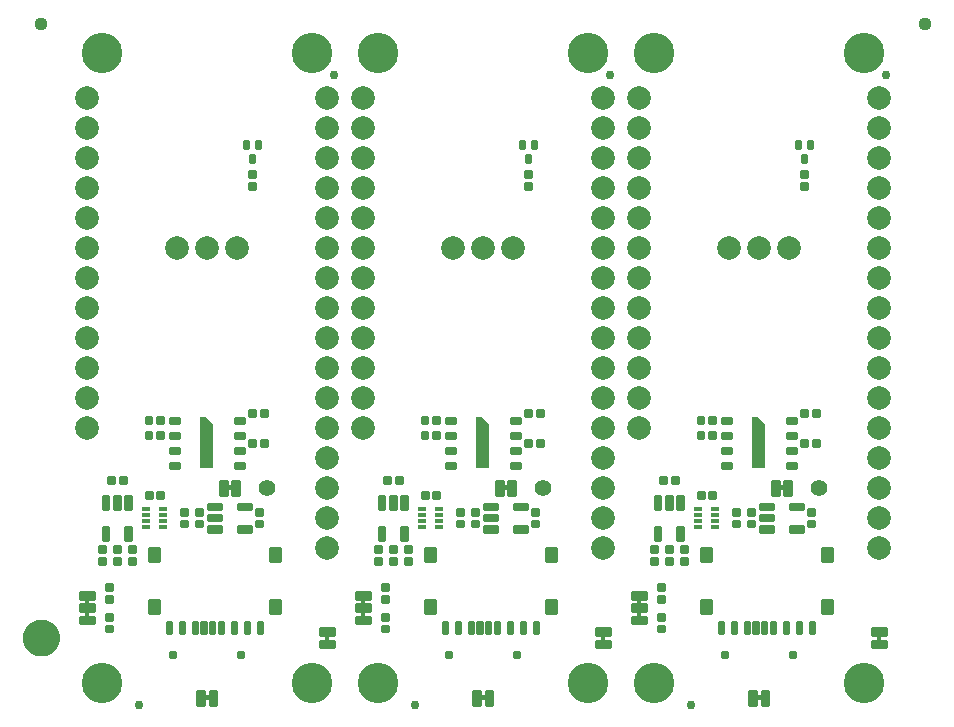
<source format=gbs>
G04 EAGLE Gerber RS-274X export*
G75*
%MOMM*%
%FSLAX34Y34*%
%LPD*%
%INSoldermask Bottom*%
%IPPOS*%
%AMOC8*
5,1,8,0,0,1.08239X$1,22.5*%
G01*
%ADD10C,2.006600*%
%ADD11C,0.777000*%
%ADD12C,3.429000*%
%ADD13C,0.228344*%
%ADD14C,0.225369*%
%ADD15C,0.223409*%
%ADD16R,0.770000X0.400000*%
%ADD17C,0.225719*%
%ADD18C,0.228928*%
%ADD19C,0.226169*%
%ADD20C,1.397000*%
%ADD21C,0.762000*%
%ADD22C,1.127000*%
%ADD23C,1.270000*%
%ADD24C,1.627000*%

G36*
X119616Y207356D02*
X119616Y207356D01*
X119633Y207353D01*
X119683Y207375D01*
X119734Y207390D01*
X119745Y207403D01*
X119761Y207410D01*
X119791Y207455D01*
X119826Y207495D01*
X119829Y207512D01*
X119838Y207527D01*
X119849Y207600D01*
X119849Y243350D01*
X119832Y243408D01*
X119820Y243466D01*
X119812Y243478D01*
X119810Y243484D01*
X119802Y243491D01*
X119776Y243526D01*
X113276Y250026D01*
X113224Y250055D01*
X113174Y250088D01*
X113159Y250090D01*
X113154Y250093D01*
X113143Y250093D01*
X113100Y250099D01*
X109000Y250099D01*
X108984Y250094D01*
X108967Y250097D01*
X108917Y250075D01*
X108866Y250060D01*
X108855Y250047D01*
X108839Y250040D01*
X108809Y249995D01*
X108774Y249955D01*
X108771Y249938D01*
X108762Y249924D01*
X108751Y249850D01*
X108751Y207600D01*
X108756Y207584D01*
X108753Y207567D01*
X108775Y207517D01*
X108790Y207466D01*
X108803Y207455D01*
X108810Y207439D01*
X108855Y207409D01*
X108895Y207374D01*
X108912Y207371D01*
X108927Y207362D01*
X109000Y207351D01*
X119600Y207351D01*
X119616Y207356D01*
G37*
G36*
X353296Y207356D02*
X353296Y207356D01*
X353313Y207353D01*
X353363Y207375D01*
X353414Y207390D01*
X353425Y207403D01*
X353441Y207410D01*
X353471Y207455D01*
X353506Y207495D01*
X353509Y207512D01*
X353518Y207527D01*
X353529Y207600D01*
X353529Y243350D01*
X353512Y243408D01*
X353500Y243466D01*
X353492Y243478D01*
X353490Y243484D01*
X353482Y243491D01*
X353456Y243526D01*
X346956Y250026D01*
X346904Y250055D01*
X346854Y250088D01*
X346839Y250090D01*
X346834Y250093D01*
X346823Y250093D01*
X346780Y250099D01*
X342680Y250099D01*
X342664Y250094D01*
X342647Y250097D01*
X342597Y250075D01*
X342546Y250060D01*
X342535Y250047D01*
X342519Y250040D01*
X342489Y249995D01*
X342454Y249955D01*
X342451Y249938D01*
X342442Y249924D01*
X342431Y249850D01*
X342431Y207600D01*
X342436Y207584D01*
X342433Y207567D01*
X342455Y207517D01*
X342470Y207466D01*
X342483Y207455D01*
X342490Y207439D01*
X342535Y207409D01*
X342575Y207374D01*
X342592Y207371D01*
X342607Y207362D01*
X342680Y207351D01*
X353280Y207351D01*
X353296Y207356D01*
G37*
G36*
X586976Y207356D02*
X586976Y207356D01*
X586993Y207353D01*
X587043Y207375D01*
X587094Y207390D01*
X587105Y207403D01*
X587121Y207410D01*
X587151Y207455D01*
X587186Y207495D01*
X587189Y207512D01*
X587198Y207527D01*
X587209Y207600D01*
X587209Y243350D01*
X587192Y243408D01*
X587180Y243466D01*
X587172Y243478D01*
X587170Y243484D01*
X587162Y243491D01*
X587136Y243526D01*
X580636Y250026D01*
X580584Y250055D01*
X580534Y250088D01*
X580519Y250090D01*
X580514Y250093D01*
X580503Y250093D01*
X580460Y250099D01*
X576360Y250099D01*
X576344Y250094D01*
X576327Y250097D01*
X576277Y250075D01*
X576226Y250060D01*
X576215Y250047D01*
X576199Y250040D01*
X576169Y249995D01*
X576134Y249955D01*
X576131Y249938D01*
X576122Y249924D01*
X576111Y249850D01*
X576111Y207600D01*
X576116Y207584D01*
X576113Y207567D01*
X576135Y207517D01*
X576150Y207466D01*
X576163Y207455D01*
X576170Y207439D01*
X576215Y207409D01*
X576255Y207374D01*
X576272Y207371D01*
X576287Y207362D01*
X576360Y207351D01*
X586960Y207351D01*
X586976Y207356D01*
G37*
G36*
X14035Y91452D02*
X14035Y91452D01*
X14101Y91454D01*
X14144Y91472D01*
X14191Y91480D01*
X14248Y91514D01*
X14308Y91539D01*
X14343Y91570D01*
X14384Y91595D01*
X14426Y91646D01*
X14474Y91690D01*
X14496Y91732D01*
X14525Y91769D01*
X14546Y91831D01*
X14577Y91890D01*
X14585Y91944D01*
X14597Y91981D01*
X14596Y92021D01*
X14604Y92075D01*
X14604Y95885D01*
X14593Y95950D01*
X14591Y96016D01*
X14573Y96059D01*
X14565Y96106D01*
X14531Y96163D01*
X14506Y96223D01*
X14475Y96258D01*
X14450Y96299D01*
X14399Y96341D01*
X14355Y96389D01*
X14313Y96411D01*
X14276Y96440D01*
X14214Y96461D01*
X14155Y96492D01*
X14101Y96500D01*
X14064Y96512D01*
X14024Y96511D01*
X13970Y96519D01*
X11430Y96519D01*
X11365Y96508D01*
X11299Y96506D01*
X11256Y96488D01*
X11209Y96480D01*
X11152Y96446D01*
X11092Y96421D01*
X11057Y96390D01*
X11016Y96365D01*
X10975Y96314D01*
X10926Y96270D01*
X10904Y96228D01*
X10875Y96191D01*
X10854Y96129D01*
X10823Y96070D01*
X10815Y96016D01*
X10803Y95979D01*
X10803Y95975D01*
X10803Y95974D01*
X10804Y95939D01*
X10796Y95885D01*
X10796Y92075D01*
X10807Y92010D01*
X10809Y91944D01*
X10827Y91901D01*
X10835Y91854D01*
X10869Y91797D01*
X10894Y91737D01*
X10925Y91702D01*
X10950Y91661D01*
X11001Y91620D01*
X11045Y91571D01*
X11087Y91549D01*
X11124Y91520D01*
X11186Y91499D01*
X11245Y91468D01*
X11299Y91460D01*
X11336Y91448D01*
X11376Y91449D01*
X11430Y91441D01*
X13970Y91441D01*
X14035Y91452D01*
G37*
G36*
X247715Y91452D02*
X247715Y91452D01*
X247781Y91454D01*
X247824Y91472D01*
X247871Y91480D01*
X247928Y91514D01*
X247988Y91539D01*
X248023Y91570D01*
X248064Y91595D01*
X248106Y91646D01*
X248154Y91690D01*
X248176Y91732D01*
X248205Y91769D01*
X248226Y91831D01*
X248257Y91890D01*
X248265Y91944D01*
X248277Y91981D01*
X248276Y92021D01*
X248284Y92075D01*
X248284Y95885D01*
X248273Y95950D01*
X248271Y96016D01*
X248253Y96059D01*
X248245Y96106D01*
X248211Y96163D01*
X248186Y96223D01*
X248155Y96258D01*
X248130Y96299D01*
X248079Y96341D01*
X248035Y96389D01*
X247993Y96411D01*
X247956Y96440D01*
X247894Y96461D01*
X247835Y96492D01*
X247781Y96500D01*
X247744Y96512D01*
X247704Y96511D01*
X247650Y96519D01*
X245110Y96519D01*
X245045Y96508D01*
X244979Y96506D01*
X244936Y96488D01*
X244889Y96480D01*
X244832Y96446D01*
X244772Y96421D01*
X244737Y96390D01*
X244696Y96365D01*
X244655Y96314D01*
X244606Y96270D01*
X244584Y96228D01*
X244555Y96191D01*
X244534Y96129D01*
X244503Y96070D01*
X244495Y96016D01*
X244483Y95979D01*
X244483Y95975D01*
X244483Y95974D01*
X244484Y95939D01*
X244476Y95885D01*
X244476Y92075D01*
X244487Y92010D01*
X244489Y91944D01*
X244507Y91901D01*
X244515Y91854D01*
X244549Y91797D01*
X244574Y91737D01*
X244605Y91702D01*
X244630Y91661D01*
X244681Y91620D01*
X244725Y91571D01*
X244767Y91549D01*
X244804Y91520D01*
X244866Y91499D01*
X244925Y91468D01*
X244979Y91460D01*
X245016Y91448D01*
X245056Y91449D01*
X245110Y91441D01*
X247650Y91441D01*
X247715Y91452D01*
G37*
G36*
X481395Y91452D02*
X481395Y91452D01*
X481461Y91454D01*
X481504Y91472D01*
X481551Y91480D01*
X481608Y91514D01*
X481668Y91539D01*
X481703Y91570D01*
X481744Y91595D01*
X481786Y91646D01*
X481834Y91690D01*
X481856Y91732D01*
X481885Y91769D01*
X481906Y91831D01*
X481937Y91890D01*
X481945Y91944D01*
X481957Y91981D01*
X481956Y92021D01*
X481964Y92075D01*
X481964Y95885D01*
X481953Y95950D01*
X481951Y96016D01*
X481933Y96059D01*
X481925Y96106D01*
X481891Y96163D01*
X481866Y96223D01*
X481835Y96258D01*
X481810Y96299D01*
X481759Y96341D01*
X481715Y96389D01*
X481673Y96411D01*
X481636Y96440D01*
X481574Y96461D01*
X481515Y96492D01*
X481461Y96500D01*
X481424Y96512D01*
X481384Y96511D01*
X481330Y96519D01*
X478790Y96519D01*
X478725Y96508D01*
X478659Y96506D01*
X478616Y96488D01*
X478569Y96480D01*
X478512Y96446D01*
X478452Y96421D01*
X478417Y96390D01*
X478376Y96365D01*
X478335Y96314D01*
X478286Y96270D01*
X478264Y96228D01*
X478235Y96191D01*
X478214Y96129D01*
X478183Y96070D01*
X478175Y96016D01*
X478163Y95979D01*
X478163Y95975D01*
X478163Y95974D01*
X478164Y95939D01*
X478156Y95885D01*
X478156Y92075D01*
X478167Y92010D01*
X478169Y91944D01*
X478187Y91901D01*
X478195Y91854D01*
X478229Y91797D01*
X478254Y91737D01*
X478285Y91702D01*
X478310Y91661D01*
X478361Y91620D01*
X478405Y91571D01*
X478447Y91549D01*
X478484Y91520D01*
X478546Y91499D01*
X478605Y91468D01*
X478659Y91460D01*
X478696Y91448D01*
X478736Y91449D01*
X478790Y91441D01*
X481330Y91441D01*
X481395Y91452D01*
G37*
G36*
X14035Y81292D02*
X14035Y81292D01*
X14101Y81294D01*
X14144Y81312D01*
X14191Y81320D01*
X14248Y81354D01*
X14308Y81379D01*
X14343Y81410D01*
X14384Y81435D01*
X14426Y81486D01*
X14474Y81530D01*
X14496Y81572D01*
X14525Y81609D01*
X14546Y81671D01*
X14577Y81730D01*
X14585Y81784D01*
X14597Y81821D01*
X14596Y81861D01*
X14604Y81915D01*
X14604Y85725D01*
X14593Y85790D01*
X14591Y85856D01*
X14573Y85899D01*
X14565Y85946D01*
X14531Y86003D01*
X14506Y86063D01*
X14475Y86098D01*
X14450Y86139D01*
X14399Y86181D01*
X14355Y86229D01*
X14313Y86251D01*
X14276Y86280D01*
X14214Y86301D01*
X14155Y86332D01*
X14101Y86340D01*
X14064Y86352D01*
X14024Y86351D01*
X13970Y86359D01*
X11430Y86359D01*
X11365Y86348D01*
X11299Y86346D01*
X11256Y86328D01*
X11209Y86320D01*
X11152Y86286D01*
X11092Y86261D01*
X11057Y86230D01*
X11016Y86205D01*
X10975Y86154D01*
X10926Y86110D01*
X10904Y86068D01*
X10875Y86031D01*
X10854Y85969D01*
X10823Y85910D01*
X10815Y85856D01*
X10803Y85819D01*
X10803Y85815D01*
X10803Y85814D01*
X10804Y85779D01*
X10796Y85725D01*
X10796Y81915D01*
X10807Y81850D01*
X10809Y81784D01*
X10827Y81741D01*
X10835Y81694D01*
X10869Y81637D01*
X10894Y81577D01*
X10925Y81542D01*
X10950Y81501D01*
X11001Y81460D01*
X11045Y81411D01*
X11087Y81389D01*
X11124Y81360D01*
X11186Y81339D01*
X11245Y81308D01*
X11299Y81300D01*
X11336Y81288D01*
X11376Y81289D01*
X11430Y81281D01*
X13970Y81281D01*
X14035Y81292D01*
G37*
G36*
X247715Y81292D02*
X247715Y81292D01*
X247781Y81294D01*
X247824Y81312D01*
X247871Y81320D01*
X247928Y81354D01*
X247988Y81379D01*
X248023Y81410D01*
X248064Y81435D01*
X248106Y81486D01*
X248154Y81530D01*
X248176Y81572D01*
X248205Y81609D01*
X248226Y81671D01*
X248257Y81730D01*
X248265Y81784D01*
X248277Y81821D01*
X248276Y81861D01*
X248284Y81915D01*
X248284Y85725D01*
X248273Y85790D01*
X248271Y85856D01*
X248253Y85899D01*
X248245Y85946D01*
X248211Y86003D01*
X248186Y86063D01*
X248155Y86098D01*
X248130Y86139D01*
X248079Y86181D01*
X248035Y86229D01*
X247993Y86251D01*
X247956Y86280D01*
X247894Y86301D01*
X247835Y86332D01*
X247781Y86340D01*
X247744Y86352D01*
X247704Y86351D01*
X247650Y86359D01*
X245110Y86359D01*
X245045Y86348D01*
X244979Y86346D01*
X244936Y86328D01*
X244889Y86320D01*
X244832Y86286D01*
X244772Y86261D01*
X244737Y86230D01*
X244696Y86205D01*
X244655Y86154D01*
X244606Y86110D01*
X244584Y86068D01*
X244555Y86031D01*
X244534Y85969D01*
X244503Y85910D01*
X244495Y85856D01*
X244483Y85819D01*
X244483Y85815D01*
X244483Y85814D01*
X244484Y85779D01*
X244476Y85725D01*
X244476Y81915D01*
X244487Y81850D01*
X244489Y81784D01*
X244507Y81741D01*
X244515Y81694D01*
X244549Y81637D01*
X244574Y81577D01*
X244605Y81542D01*
X244630Y81501D01*
X244681Y81460D01*
X244725Y81411D01*
X244767Y81389D01*
X244804Y81360D01*
X244866Y81339D01*
X244925Y81308D01*
X244979Y81300D01*
X245016Y81288D01*
X245056Y81289D01*
X245110Y81281D01*
X247650Y81281D01*
X247715Y81292D01*
G37*
G36*
X481395Y81292D02*
X481395Y81292D01*
X481461Y81294D01*
X481504Y81312D01*
X481551Y81320D01*
X481608Y81354D01*
X481668Y81379D01*
X481703Y81410D01*
X481744Y81435D01*
X481786Y81486D01*
X481834Y81530D01*
X481856Y81572D01*
X481885Y81609D01*
X481906Y81671D01*
X481937Y81730D01*
X481945Y81784D01*
X481957Y81821D01*
X481956Y81861D01*
X481964Y81915D01*
X481964Y85725D01*
X481953Y85790D01*
X481951Y85856D01*
X481933Y85899D01*
X481925Y85946D01*
X481891Y86003D01*
X481866Y86063D01*
X481835Y86098D01*
X481810Y86139D01*
X481759Y86181D01*
X481715Y86229D01*
X481673Y86251D01*
X481636Y86280D01*
X481574Y86301D01*
X481515Y86332D01*
X481461Y86340D01*
X481424Y86352D01*
X481384Y86351D01*
X481330Y86359D01*
X478790Y86359D01*
X478725Y86348D01*
X478659Y86346D01*
X478616Y86328D01*
X478569Y86320D01*
X478512Y86286D01*
X478452Y86261D01*
X478417Y86230D01*
X478376Y86205D01*
X478335Y86154D01*
X478286Y86110D01*
X478264Y86068D01*
X478235Y86031D01*
X478214Y85969D01*
X478183Y85910D01*
X478175Y85856D01*
X478163Y85819D01*
X478163Y85815D01*
X478163Y85814D01*
X478164Y85779D01*
X478156Y85725D01*
X478156Y81915D01*
X478167Y81850D01*
X478169Y81784D01*
X478187Y81741D01*
X478195Y81694D01*
X478229Y81637D01*
X478254Y81577D01*
X478285Y81542D01*
X478310Y81501D01*
X478361Y81460D01*
X478405Y81411D01*
X478447Y81389D01*
X478484Y81360D01*
X478546Y81339D01*
X478605Y81308D01*
X478659Y81300D01*
X478696Y81288D01*
X478736Y81289D01*
X478790Y81281D01*
X481330Y81281D01*
X481395Y81292D01*
G37*
G36*
X450915Y60972D02*
X450915Y60972D01*
X450981Y60974D01*
X451024Y60992D01*
X451071Y61000D01*
X451128Y61034D01*
X451188Y61059D01*
X451223Y61090D01*
X451264Y61115D01*
X451306Y61166D01*
X451354Y61210D01*
X451376Y61252D01*
X451405Y61289D01*
X451426Y61351D01*
X451457Y61410D01*
X451465Y61464D01*
X451477Y61501D01*
X451476Y61541D01*
X451484Y61595D01*
X451484Y65405D01*
X451473Y65470D01*
X451471Y65536D01*
X451453Y65579D01*
X451445Y65626D01*
X451411Y65683D01*
X451386Y65743D01*
X451355Y65778D01*
X451330Y65819D01*
X451279Y65861D01*
X451235Y65909D01*
X451193Y65931D01*
X451156Y65960D01*
X451094Y65981D01*
X451035Y66012D01*
X450981Y66020D01*
X450944Y66032D01*
X450904Y66031D01*
X450850Y66039D01*
X448310Y66039D01*
X448245Y66028D01*
X448179Y66026D01*
X448136Y66008D01*
X448089Y66000D01*
X448032Y65966D01*
X447972Y65941D01*
X447937Y65910D01*
X447896Y65885D01*
X447855Y65834D01*
X447806Y65790D01*
X447784Y65748D01*
X447755Y65711D01*
X447734Y65649D01*
X447703Y65590D01*
X447695Y65536D01*
X447683Y65499D01*
X447683Y65495D01*
X447683Y65494D01*
X447684Y65459D01*
X447676Y65405D01*
X447676Y61595D01*
X447687Y61530D01*
X447689Y61464D01*
X447707Y61421D01*
X447715Y61374D01*
X447749Y61317D01*
X447774Y61257D01*
X447805Y61222D01*
X447830Y61181D01*
X447881Y61140D01*
X447925Y61091D01*
X447967Y61069D01*
X448004Y61040D01*
X448066Y61019D01*
X448125Y60988D01*
X448179Y60980D01*
X448216Y60968D01*
X448256Y60969D01*
X448310Y60961D01*
X450850Y60961D01*
X450915Y60972D01*
G37*
G36*
X217235Y60972D02*
X217235Y60972D01*
X217301Y60974D01*
X217344Y60992D01*
X217391Y61000D01*
X217448Y61034D01*
X217508Y61059D01*
X217543Y61090D01*
X217584Y61115D01*
X217626Y61166D01*
X217674Y61210D01*
X217696Y61252D01*
X217725Y61289D01*
X217746Y61351D01*
X217777Y61410D01*
X217785Y61464D01*
X217797Y61501D01*
X217796Y61541D01*
X217804Y61595D01*
X217804Y65405D01*
X217793Y65470D01*
X217791Y65536D01*
X217773Y65579D01*
X217765Y65626D01*
X217731Y65683D01*
X217706Y65743D01*
X217675Y65778D01*
X217650Y65819D01*
X217599Y65861D01*
X217555Y65909D01*
X217513Y65931D01*
X217476Y65960D01*
X217414Y65981D01*
X217355Y66012D01*
X217301Y66020D01*
X217264Y66032D01*
X217224Y66031D01*
X217170Y66039D01*
X214630Y66039D01*
X214565Y66028D01*
X214499Y66026D01*
X214456Y66008D01*
X214409Y66000D01*
X214352Y65966D01*
X214292Y65941D01*
X214257Y65910D01*
X214216Y65885D01*
X214175Y65834D01*
X214126Y65790D01*
X214104Y65748D01*
X214075Y65711D01*
X214054Y65649D01*
X214023Y65590D01*
X214015Y65536D01*
X214003Y65499D01*
X214003Y65495D01*
X214003Y65494D01*
X214004Y65459D01*
X213996Y65405D01*
X213996Y61595D01*
X214007Y61530D01*
X214009Y61464D01*
X214027Y61421D01*
X214035Y61374D01*
X214069Y61317D01*
X214094Y61257D01*
X214125Y61222D01*
X214150Y61181D01*
X214201Y61140D01*
X214245Y61091D01*
X214287Y61069D01*
X214324Y61040D01*
X214386Y61019D01*
X214445Y60988D01*
X214499Y60980D01*
X214536Y60968D01*
X214576Y60969D01*
X214630Y60961D01*
X217170Y60961D01*
X217235Y60972D01*
G37*
G36*
X684595Y60972D02*
X684595Y60972D01*
X684661Y60974D01*
X684704Y60992D01*
X684751Y61000D01*
X684808Y61034D01*
X684868Y61059D01*
X684903Y61090D01*
X684944Y61115D01*
X684986Y61166D01*
X685034Y61210D01*
X685056Y61252D01*
X685085Y61289D01*
X685106Y61351D01*
X685137Y61410D01*
X685145Y61464D01*
X685157Y61501D01*
X685156Y61541D01*
X685164Y61595D01*
X685164Y65405D01*
X685153Y65470D01*
X685151Y65536D01*
X685133Y65579D01*
X685125Y65626D01*
X685091Y65683D01*
X685066Y65743D01*
X685035Y65778D01*
X685010Y65819D01*
X684959Y65861D01*
X684915Y65909D01*
X684873Y65931D01*
X684836Y65960D01*
X684774Y65981D01*
X684715Y66012D01*
X684661Y66020D01*
X684624Y66032D01*
X684584Y66031D01*
X684530Y66039D01*
X681990Y66039D01*
X681925Y66028D01*
X681859Y66026D01*
X681816Y66008D01*
X681769Y66000D01*
X681712Y65966D01*
X681652Y65941D01*
X681617Y65910D01*
X681576Y65885D01*
X681535Y65834D01*
X681486Y65790D01*
X681464Y65748D01*
X681435Y65711D01*
X681414Y65649D01*
X681383Y65590D01*
X681375Y65536D01*
X681363Y65499D01*
X681363Y65495D01*
X681363Y65494D01*
X681364Y65459D01*
X681356Y65405D01*
X681356Y61595D01*
X681367Y61530D01*
X681369Y61464D01*
X681387Y61421D01*
X681395Y61374D01*
X681429Y61317D01*
X681454Y61257D01*
X681485Y61222D01*
X681510Y61181D01*
X681561Y61140D01*
X681605Y61091D01*
X681647Y61069D01*
X681684Y61040D01*
X681746Y61019D01*
X681805Y60988D01*
X681859Y60980D01*
X681896Y60968D01*
X681936Y60969D01*
X681990Y60961D01*
X684530Y60961D01*
X684595Y60972D01*
G37*
G36*
X602680Y188607D02*
X602680Y188607D01*
X602746Y188609D01*
X602789Y188627D01*
X602836Y188635D01*
X602893Y188669D01*
X602953Y188694D01*
X602988Y188725D01*
X603029Y188750D01*
X603071Y188801D01*
X603119Y188845D01*
X603141Y188887D01*
X603170Y188924D01*
X603191Y188986D01*
X603222Y189045D01*
X603230Y189099D01*
X603242Y189136D01*
X603241Y189176D01*
X603249Y189230D01*
X603249Y191770D01*
X603238Y191835D01*
X603236Y191901D01*
X603218Y191944D01*
X603210Y191991D01*
X603176Y192048D01*
X603151Y192108D01*
X603120Y192143D01*
X603095Y192184D01*
X603044Y192226D01*
X603000Y192274D01*
X602958Y192296D01*
X602921Y192325D01*
X602859Y192346D01*
X602800Y192377D01*
X602746Y192385D01*
X602709Y192397D01*
X602669Y192396D01*
X602615Y192404D01*
X598805Y192404D01*
X598740Y192393D01*
X598674Y192391D01*
X598631Y192373D01*
X598584Y192365D01*
X598527Y192331D01*
X598467Y192306D01*
X598432Y192275D01*
X598391Y192250D01*
X598350Y192199D01*
X598301Y192155D01*
X598279Y192113D01*
X598250Y192076D01*
X598229Y192014D01*
X598198Y191955D01*
X598190Y191901D01*
X598178Y191864D01*
X598178Y191861D01*
X598179Y191824D01*
X598171Y191770D01*
X598171Y189230D01*
X598182Y189165D01*
X598184Y189099D01*
X598202Y189056D01*
X598210Y189009D01*
X598244Y188952D01*
X598269Y188892D01*
X598300Y188857D01*
X598325Y188816D01*
X598376Y188775D01*
X598420Y188726D01*
X598462Y188704D01*
X598499Y188675D01*
X598561Y188654D01*
X598620Y188623D01*
X598674Y188615D01*
X598711Y188603D01*
X598751Y188604D01*
X598805Y188596D01*
X602615Y188596D01*
X602680Y188607D01*
G37*
G36*
X135320Y188607D02*
X135320Y188607D01*
X135386Y188609D01*
X135429Y188627D01*
X135476Y188635D01*
X135533Y188669D01*
X135593Y188694D01*
X135628Y188725D01*
X135669Y188750D01*
X135711Y188801D01*
X135759Y188845D01*
X135781Y188887D01*
X135810Y188924D01*
X135831Y188986D01*
X135862Y189045D01*
X135870Y189099D01*
X135882Y189136D01*
X135881Y189176D01*
X135889Y189230D01*
X135889Y191770D01*
X135878Y191835D01*
X135876Y191901D01*
X135858Y191944D01*
X135850Y191991D01*
X135816Y192048D01*
X135791Y192108D01*
X135760Y192143D01*
X135735Y192184D01*
X135684Y192226D01*
X135640Y192274D01*
X135598Y192296D01*
X135561Y192325D01*
X135499Y192346D01*
X135440Y192377D01*
X135386Y192385D01*
X135349Y192397D01*
X135309Y192396D01*
X135255Y192404D01*
X131445Y192404D01*
X131380Y192393D01*
X131314Y192391D01*
X131271Y192373D01*
X131224Y192365D01*
X131167Y192331D01*
X131107Y192306D01*
X131072Y192275D01*
X131031Y192250D01*
X130990Y192199D01*
X130941Y192155D01*
X130919Y192113D01*
X130890Y192076D01*
X130869Y192014D01*
X130838Y191955D01*
X130830Y191901D01*
X130818Y191864D01*
X130818Y191861D01*
X130819Y191824D01*
X130811Y191770D01*
X130811Y189230D01*
X130822Y189165D01*
X130824Y189099D01*
X130842Y189056D01*
X130850Y189009D01*
X130884Y188952D01*
X130909Y188892D01*
X130940Y188857D01*
X130965Y188816D01*
X131016Y188775D01*
X131060Y188726D01*
X131102Y188704D01*
X131139Y188675D01*
X131201Y188654D01*
X131260Y188623D01*
X131314Y188615D01*
X131351Y188603D01*
X131391Y188604D01*
X131445Y188596D01*
X135255Y188596D01*
X135320Y188607D01*
G37*
G36*
X369000Y188607D02*
X369000Y188607D01*
X369066Y188609D01*
X369109Y188627D01*
X369156Y188635D01*
X369213Y188669D01*
X369273Y188694D01*
X369308Y188725D01*
X369349Y188750D01*
X369391Y188801D01*
X369439Y188845D01*
X369461Y188887D01*
X369490Y188924D01*
X369511Y188986D01*
X369542Y189045D01*
X369550Y189099D01*
X369562Y189136D01*
X369561Y189176D01*
X369569Y189230D01*
X369569Y191770D01*
X369558Y191835D01*
X369556Y191901D01*
X369538Y191944D01*
X369530Y191991D01*
X369496Y192048D01*
X369471Y192108D01*
X369440Y192143D01*
X369415Y192184D01*
X369364Y192226D01*
X369320Y192274D01*
X369278Y192296D01*
X369241Y192325D01*
X369179Y192346D01*
X369120Y192377D01*
X369066Y192385D01*
X369029Y192397D01*
X368989Y192396D01*
X368935Y192404D01*
X365125Y192404D01*
X365060Y192393D01*
X364994Y192391D01*
X364951Y192373D01*
X364904Y192365D01*
X364847Y192331D01*
X364787Y192306D01*
X364752Y192275D01*
X364711Y192250D01*
X364670Y192199D01*
X364621Y192155D01*
X364599Y192113D01*
X364570Y192076D01*
X364549Y192014D01*
X364518Y191955D01*
X364510Y191901D01*
X364498Y191864D01*
X364498Y191861D01*
X364499Y191824D01*
X364491Y191770D01*
X364491Y189230D01*
X364502Y189165D01*
X364504Y189099D01*
X364522Y189056D01*
X364530Y189009D01*
X364564Y188952D01*
X364589Y188892D01*
X364620Y188857D01*
X364645Y188816D01*
X364696Y188775D01*
X364740Y188726D01*
X364782Y188704D01*
X364819Y188675D01*
X364881Y188654D01*
X364940Y188623D01*
X364994Y188615D01*
X365031Y188603D01*
X365071Y188604D01*
X365125Y188596D01*
X368935Y188596D01*
X369000Y188607D01*
G37*
G36*
X583630Y10807D02*
X583630Y10807D01*
X583696Y10809D01*
X583739Y10827D01*
X583786Y10835D01*
X583843Y10869D01*
X583903Y10894D01*
X583938Y10925D01*
X583979Y10950D01*
X584021Y11001D01*
X584069Y11045D01*
X584091Y11087D01*
X584120Y11124D01*
X584141Y11186D01*
X584172Y11245D01*
X584180Y11299D01*
X584192Y11336D01*
X584191Y11376D01*
X584199Y11430D01*
X584199Y13970D01*
X584188Y14035D01*
X584186Y14101D01*
X584168Y14144D01*
X584160Y14191D01*
X584126Y14248D01*
X584101Y14308D01*
X584070Y14343D01*
X584045Y14384D01*
X583994Y14426D01*
X583950Y14474D01*
X583908Y14496D01*
X583871Y14525D01*
X583809Y14546D01*
X583750Y14577D01*
X583696Y14585D01*
X583659Y14597D01*
X583619Y14596D01*
X583565Y14604D01*
X579755Y14604D01*
X579690Y14593D01*
X579624Y14591D01*
X579581Y14573D01*
X579534Y14565D01*
X579477Y14531D01*
X579417Y14506D01*
X579382Y14475D01*
X579341Y14450D01*
X579300Y14399D01*
X579251Y14355D01*
X579229Y14313D01*
X579200Y14276D01*
X579179Y14214D01*
X579148Y14155D01*
X579140Y14101D01*
X579128Y14064D01*
X579128Y14061D01*
X579129Y14024D01*
X579121Y13970D01*
X579121Y11430D01*
X579132Y11365D01*
X579134Y11299D01*
X579152Y11256D01*
X579160Y11209D01*
X579194Y11152D01*
X579219Y11092D01*
X579250Y11057D01*
X579275Y11016D01*
X579326Y10975D01*
X579370Y10926D01*
X579412Y10904D01*
X579449Y10875D01*
X579511Y10854D01*
X579570Y10823D01*
X579624Y10815D01*
X579661Y10803D01*
X579701Y10804D01*
X579755Y10796D01*
X583565Y10796D01*
X583630Y10807D01*
G37*
G36*
X349950Y10807D02*
X349950Y10807D01*
X350016Y10809D01*
X350059Y10827D01*
X350106Y10835D01*
X350163Y10869D01*
X350223Y10894D01*
X350258Y10925D01*
X350299Y10950D01*
X350341Y11001D01*
X350389Y11045D01*
X350411Y11087D01*
X350440Y11124D01*
X350461Y11186D01*
X350492Y11245D01*
X350500Y11299D01*
X350512Y11336D01*
X350511Y11376D01*
X350519Y11430D01*
X350519Y13970D01*
X350508Y14035D01*
X350506Y14101D01*
X350488Y14144D01*
X350480Y14191D01*
X350446Y14248D01*
X350421Y14308D01*
X350390Y14343D01*
X350365Y14384D01*
X350314Y14426D01*
X350270Y14474D01*
X350228Y14496D01*
X350191Y14525D01*
X350129Y14546D01*
X350070Y14577D01*
X350016Y14585D01*
X349979Y14597D01*
X349939Y14596D01*
X349885Y14604D01*
X346075Y14604D01*
X346010Y14593D01*
X345944Y14591D01*
X345901Y14573D01*
X345854Y14565D01*
X345797Y14531D01*
X345737Y14506D01*
X345702Y14475D01*
X345661Y14450D01*
X345620Y14399D01*
X345571Y14355D01*
X345549Y14313D01*
X345520Y14276D01*
X345499Y14214D01*
X345468Y14155D01*
X345460Y14101D01*
X345448Y14064D01*
X345448Y14061D01*
X345449Y14024D01*
X345441Y13970D01*
X345441Y11430D01*
X345452Y11365D01*
X345454Y11299D01*
X345472Y11256D01*
X345480Y11209D01*
X345514Y11152D01*
X345539Y11092D01*
X345570Y11057D01*
X345595Y11016D01*
X345646Y10975D01*
X345690Y10926D01*
X345732Y10904D01*
X345769Y10875D01*
X345831Y10854D01*
X345890Y10823D01*
X345944Y10815D01*
X345981Y10803D01*
X346021Y10804D01*
X346075Y10796D01*
X349885Y10796D01*
X349950Y10807D01*
G37*
G36*
X116270Y10807D02*
X116270Y10807D01*
X116336Y10809D01*
X116379Y10827D01*
X116426Y10835D01*
X116483Y10869D01*
X116543Y10894D01*
X116578Y10925D01*
X116619Y10950D01*
X116661Y11001D01*
X116709Y11045D01*
X116731Y11087D01*
X116760Y11124D01*
X116781Y11186D01*
X116812Y11245D01*
X116820Y11299D01*
X116832Y11336D01*
X116831Y11376D01*
X116839Y11430D01*
X116839Y13970D01*
X116828Y14035D01*
X116826Y14101D01*
X116808Y14144D01*
X116800Y14191D01*
X116766Y14248D01*
X116741Y14308D01*
X116710Y14343D01*
X116685Y14384D01*
X116634Y14426D01*
X116590Y14474D01*
X116548Y14496D01*
X116511Y14525D01*
X116449Y14546D01*
X116390Y14577D01*
X116336Y14585D01*
X116299Y14597D01*
X116259Y14596D01*
X116205Y14604D01*
X112395Y14604D01*
X112330Y14593D01*
X112264Y14591D01*
X112221Y14573D01*
X112174Y14565D01*
X112117Y14531D01*
X112057Y14506D01*
X112022Y14475D01*
X111981Y14450D01*
X111940Y14399D01*
X111891Y14355D01*
X111869Y14313D01*
X111840Y14276D01*
X111819Y14214D01*
X111788Y14155D01*
X111780Y14101D01*
X111768Y14064D01*
X111768Y14061D01*
X111769Y14024D01*
X111761Y13970D01*
X111761Y11430D01*
X111772Y11365D01*
X111774Y11299D01*
X111792Y11256D01*
X111800Y11209D01*
X111834Y11152D01*
X111859Y11092D01*
X111890Y11057D01*
X111915Y11016D01*
X111966Y10975D01*
X112010Y10926D01*
X112052Y10904D01*
X112089Y10875D01*
X112151Y10854D01*
X112210Y10823D01*
X112264Y10815D01*
X112301Y10803D01*
X112341Y10804D01*
X112395Y10796D01*
X116205Y10796D01*
X116270Y10807D01*
G37*
D10*
X215900Y520700D03*
X215900Y495300D03*
X215900Y469900D03*
X215900Y444500D03*
X215900Y419100D03*
X215900Y393700D03*
X215900Y368300D03*
X215900Y342900D03*
X215900Y317500D03*
X215900Y292100D03*
X215900Y266700D03*
X215900Y241300D03*
X215900Y215900D03*
X215900Y190500D03*
X215900Y165100D03*
X215900Y139700D03*
X12700Y241300D03*
X12700Y266700D03*
X12700Y292100D03*
X12700Y317500D03*
X12700Y342900D03*
X12700Y368300D03*
X12700Y393700D03*
X12700Y419100D03*
X12700Y444500D03*
X12700Y469900D03*
X12700Y495300D03*
X12700Y520700D03*
D11*
X85400Y49050D03*
X143200Y49050D03*
D12*
X203200Y25400D03*
X25400Y25400D03*
X25400Y558800D03*
X203200Y558800D03*
D13*
X122303Y18544D02*
X116711Y18544D01*
X122303Y18544D02*
X122303Y6856D01*
X116711Y6856D01*
X116711Y18544D01*
X116711Y9025D02*
X122303Y9025D01*
X122303Y11194D02*
X116711Y11194D01*
X116711Y13363D02*
X122303Y13363D01*
X122303Y15532D02*
X116711Y15532D01*
X116711Y17701D02*
X122303Y17701D01*
X111889Y18544D02*
X106297Y18544D01*
X111889Y18544D02*
X111889Y6856D01*
X106297Y6856D01*
X106297Y18544D01*
X106297Y9025D02*
X111889Y9025D01*
X111889Y11194D02*
X106297Y11194D01*
X106297Y13363D02*
X111889Y13363D01*
X111889Y15532D02*
X106297Y15532D01*
X106297Y17701D02*
X111889Y17701D01*
D14*
X34258Y68772D02*
X34258Y73788D01*
X34258Y68772D02*
X29242Y68772D01*
X29242Y73788D01*
X34258Y73788D01*
X34258Y70913D02*
X29242Y70913D01*
X29242Y73054D02*
X34258Y73054D01*
X34258Y78772D02*
X34258Y83788D01*
X34258Y78772D02*
X29242Y78772D01*
X29242Y83788D01*
X34258Y83788D01*
X34258Y80913D02*
X29242Y80913D01*
X29242Y83054D02*
X34258Y83054D01*
X29242Y104012D02*
X29242Y109028D01*
X34258Y109028D01*
X34258Y104012D01*
X29242Y104012D01*
X29242Y106153D02*
X34258Y106153D01*
X34258Y108294D02*
X29242Y108294D01*
X29242Y99028D02*
X29242Y94012D01*
X29242Y99028D02*
X34258Y99028D01*
X34258Y94012D01*
X29242Y94012D01*
X29242Y96153D02*
X34258Y96153D01*
X34258Y98294D02*
X29242Y98294D01*
D13*
X6856Y96518D02*
X6856Y102110D01*
X18544Y102110D01*
X18544Y96518D01*
X6856Y96518D01*
X6856Y98687D02*
X18544Y98687D01*
X18544Y100856D02*
X6856Y100856D01*
X6856Y91696D02*
X6856Y86104D01*
X6856Y91696D02*
X18544Y91696D01*
X18544Y86104D01*
X6856Y86104D01*
X6856Y88273D02*
X18544Y88273D01*
X18544Y90442D02*
X6856Y90442D01*
X6856Y81282D02*
X6856Y75690D01*
X6856Y81282D02*
X18544Y81282D01*
X18544Y75690D01*
X6856Y75690D01*
X6856Y77859D02*
X18544Y77859D01*
X18544Y80028D02*
X6856Y80028D01*
D15*
X125867Y153332D02*
X125867Y157868D01*
X125867Y153332D02*
X114831Y153332D01*
X114831Y157868D01*
X125867Y157868D01*
X125867Y155454D02*
X114831Y155454D01*
X114831Y157576D02*
X125867Y157576D01*
X125867Y162832D02*
X125867Y167368D01*
X125867Y162832D02*
X114831Y162832D01*
X114831Y167368D01*
X125867Y167368D01*
X125867Y164954D02*
X114831Y164954D01*
X114831Y167076D02*
X125867Y167076D01*
X125867Y172332D02*
X125867Y176868D01*
X125867Y172332D02*
X114831Y172332D01*
X114831Y176868D01*
X125867Y176868D01*
X125867Y174454D02*
X114831Y174454D01*
X114831Y176576D02*
X125867Y176576D01*
X151869Y176868D02*
X151869Y172332D01*
X140833Y172332D01*
X140833Y176868D01*
X151869Y176868D01*
X151869Y174454D02*
X140833Y174454D01*
X140833Y176576D02*
X151869Y176576D01*
X151869Y157868D02*
X151869Y153332D01*
X140833Y153332D01*
X140833Y157868D01*
X151869Y157868D01*
X151869Y155454D02*
X140833Y155454D01*
X140833Y157576D02*
X151869Y157576D01*
D14*
X110458Y157672D02*
X110458Y162688D01*
X110458Y157672D02*
X105442Y157672D01*
X105442Y162688D01*
X110458Y162688D01*
X110458Y159813D02*
X105442Y159813D01*
X105442Y161954D02*
X110458Y161954D01*
X110458Y167672D02*
X110458Y172688D01*
X110458Y167672D02*
X105442Y167672D01*
X105442Y172688D01*
X110458Y172688D01*
X110458Y169813D02*
X105442Y169813D01*
X105442Y171954D02*
X110458Y171954D01*
X161258Y162688D02*
X161258Y157672D01*
X156242Y157672D01*
X156242Y162688D01*
X161258Y162688D01*
X161258Y159813D02*
X156242Y159813D01*
X156242Y161954D02*
X161258Y161954D01*
X161258Y167672D02*
X161258Y172688D01*
X161258Y167672D02*
X156242Y167672D01*
X156242Y172688D01*
X161258Y172688D01*
X161258Y169813D02*
X156242Y169813D01*
X156242Y171954D02*
X161258Y171954D01*
X97758Y162688D02*
X97758Y157672D01*
X92742Y157672D01*
X92742Y162688D01*
X97758Y162688D01*
X97758Y159813D02*
X92742Y159813D01*
X92742Y161954D02*
X97758Y161954D01*
X97758Y167672D02*
X97758Y172688D01*
X97758Y167672D02*
X92742Y167672D01*
X92742Y172688D01*
X97758Y172688D01*
X97758Y169813D02*
X92742Y169813D01*
X92742Y171954D02*
X97758Y171954D01*
D16*
X77300Y172600D03*
X77300Y167600D03*
X77300Y162600D03*
X77300Y157600D03*
X62400Y157600D03*
X62400Y162600D03*
X62400Y167600D03*
X62400Y172600D03*
D14*
X62422Y181642D02*
X67438Y181642D01*
X62422Y181642D02*
X62422Y186658D01*
X67438Y186658D01*
X67438Y181642D01*
X67438Y183783D02*
X62422Y183783D01*
X62422Y185924D02*
X67438Y185924D01*
X72422Y181642D02*
X77438Y181642D01*
X72422Y181642D02*
X72422Y186658D01*
X77438Y186658D01*
X77438Y181642D01*
X77438Y183783D02*
X72422Y183783D01*
X72422Y185924D02*
X77438Y185924D01*
D17*
X145807Y245643D02*
X145807Y249657D01*
X145807Y245643D02*
X138293Y245643D01*
X138293Y249657D01*
X145807Y249657D01*
X145807Y247787D02*
X138293Y247787D01*
X145807Y236957D02*
X145807Y232943D01*
X138293Y232943D01*
X138293Y236957D01*
X145807Y236957D01*
X145807Y235087D02*
X138293Y235087D01*
X145807Y224257D02*
X145807Y220243D01*
X138293Y220243D01*
X138293Y224257D01*
X145807Y224257D01*
X145807Y222387D02*
X138293Y222387D01*
X145807Y211557D02*
X145807Y207543D01*
X138293Y207543D01*
X138293Y211557D01*
X145807Y211557D01*
X145807Y209687D02*
X138293Y209687D01*
X90307Y220243D02*
X90307Y224257D01*
X90307Y220243D02*
X82793Y220243D01*
X82793Y224257D01*
X90307Y224257D01*
X90307Y222387D02*
X82793Y222387D01*
X90307Y211557D02*
X90307Y207543D01*
X82793Y207543D01*
X82793Y211557D01*
X90307Y211557D01*
X90307Y209687D02*
X82793Y209687D01*
X90307Y232943D02*
X90307Y236957D01*
X90307Y232943D02*
X82793Y232943D01*
X82793Y236957D01*
X90307Y236957D01*
X90307Y235087D02*
X82793Y235087D01*
X90307Y245643D02*
X90307Y249657D01*
X90307Y245643D02*
X82793Y245643D01*
X82793Y249657D01*
X90307Y249657D01*
X90307Y247787D02*
X82793Y247787D01*
D14*
X150052Y251492D02*
X155068Y251492D01*
X150052Y251492D02*
X150052Y256508D01*
X155068Y256508D01*
X155068Y251492D01*
X155068Y253633D02*
X150052Y253633D01*
X150052Y255774D02*
X155068Y255774D01*
X160052Y251492D02*
X165068Y251492D01*
X160052Y251492D02*
X160052Y256508D01*
X165068Y256508D01*
X165068Y251492D01*
X165068Y253633D02*
X160052Y253633D01*
X160052Y255774D02*
X165068Y255774D01*
X155068Y226092D02*
X150052Y226092D01*
X150052Y231108D01*
X155068Y231108D01*
X155068Y226092D01*
X155068Y228233D02*
X150052Y228233D01*
X150052Y230374D02*
X155068Y230374D01*
X160052Y226092D02*
X165068Y226092D01*
X160052Y226092D02*
X160052Y231108D01*
X165068Y231108D01*
X165068Y226092D01*
X165068Y228233D02*
X160052Y228233D01*
X160052Y230374D02*
X165068Y230374D01*
D10*
X139700Y393700D03*
X114300Y393700D03*
X88900Y393700D03*
D15*
X30868Y172583D02*
X26332Y172583D01*
X26332Y183619D01*
X30868Y183619D01*
X30868Y172583D01*
X30868Y174705D02*
X26332Y174705D01*
X26332Y176827D02*
X30868Y176827D01*
X30868Y178949D02*
X26332Y178949D01*
X26332Y181071D02*
X30868Y181071D01*
X30868Y183193D02*
X26332Y183193D01*
X35832Y172583D02*
X40368Y172583D01*
X35832Y172583D02*
X35832Y183619D01*
X40368Y183619D01*
X40368Y172583D01*
X40368Y174705D02*
X35832Y174705D01*
X35832Y176827D02*
X40368Y176827D01*
X40368Y178949D02*
X35832Y178949D01*
X35832Y181071D02*
X40368Y181071D01*
X40368Y183193D02*
X35832Y183193D01*
X45332Y172583D02*
X49868Y172583D01*
X45332Y172583D02*
X45332Y183619D01*
X49868Y183619D01*
X49868Y172583D01*
X49868Y174705D02*
X45332Y174705D01*
X45332Y176827D02*
X49868Y176827D01*
X49868Y178949D02*
X45332Y178949D01*
X45332Y181071D02*
X49868Y181071D01*
X49868Y183193D02*
X45332Y183193D01*
X45332Y146581D02*
X49868Y146581D01*
X45332Y146581D02*
X45332Y157617D01*
X49868Y157617D01*
X49868Y146581D01*
X49868Y148703D02*
X45332Y148703D01*
X45332Y150825D02*
X49868Y150825D01*
X49868Y152947D02*
X45332Y152947D01*
X45332Y155069D02*
X49868Y155069D01*
X49868Y157191D02*
X45332Y157191D01*
X30868Y146581D02*
X26332Y146581D01*
X26332Y157617D01*
X30868Y157617D01*
X30868Y146581D01*
X30868Y148703D02*
X26332Y148703D01*
X26332Y150825D02*
X30868Y150825D01*
X30868Y152947D02*
X26332Y152947D01*
X26332Y155069D02*
X30868Y155069D01*
X30868Y157191D02*
X26332Y157191D01*
D14*
X48292Y140858D02*
X48292Y135842D01*
X48292Y140858D02*
X53308Y140858D01*
X53308Y135842D01*
X48292Y135842D01*
X48292Y137983D02*
X53308Y137983D01*
X53308Y140124D02*
X48292Y140124D01*
X48292Y130858D02*
X48292Y125842D01*
X48292Y130858D02*
X53308Y130858D01*
X53308Y125842D01*
X48292Y125842D01*
X48292Y127983D02*
X53308Y127983D01*
X53308Y130124D02*
X48292Y130124D01*
X45608Y199358D02*
X40592Y199358D01*
X45608Y199358D02*
X45608Y194342D01*
X40592Y194342D01*
X40592Y199358D01*
X40592Y196483D02*
X45608Y196483D01*
X45608Y198624D02*
X40592Y198624D01*
X35608Y199358D02*
X30592Y199358D01*
X35608Y199358D02*
X35608Y194342D01*
X30592Y194342D01*
X30592Y199358D01*
X30592Y196483D02*
X35608Y196483D01*
X35608Y198624D02*
X30592Y198624D01*
X72342Y237458D02*
X77358Y237458D01*
X77358Y232442D01*
X72342Y232442D01*
X72342Y237458D01*
X72342Y234583D02*
X77358Y234583D01*
X77358Y236724D02*
X72342Y236724D01*
X67358Y237458D02*
X62342Y237458D01*
X67358Y237458D02*
X67358Y232442D01*
X62342Y232442D01*
X62342Y237458D01*
X62342Y234583D02*
X67358Y234583D01*
X67358Y236724D02*
X62342Y236724D01*
X72342Y250158D02*
X77358Y250158D01*
X77358Y245142D01*
X72342Y245142D01*
X72342Y250158D01*
X72342Y247283D02*
X77358Y247283D01*
X77358Y249424D02*
X72342Y249424D01*
X67358Y250158D02*
X62342Y250158D01*
X67358Y250158D02*
X67358Y245142D01*
X62342Y245142D01*
X62342Y250158D01*
X62342Y247283D02*
X67358Y247283D01*
X67358Y249424D02*
X62342Y249424D01*
D13*
X210056Y71503D02*
X210056Y65911D01*
X210056Y71503D02*
X221744Y71503D01*
X221744Y65911D01*
X210056Y65911D01*
X210056Y68080D02*
X221744Y68080D01*
X221744Y70249D02*
X210056Y70249D01*
X210056Y61089D02*
X210056Y55497D01*
X210056Y61089D02*
X221744Y61089D01*
X221744Y55497D01*
X210056Y55497D01*
X210056Y57666D02*
X221744Y57666D01*
X221744Y59835D02*
X210056Y59835D01*
D14*
X40608Y125842D02*
X40608Y130858D01*
X40608Y125842D02*
X35592Y125842D01*
X35592Y130858D01*
X40608Y130858D01*
X40608Y127983D02*
X35592Y127983D01*
X35592Y130124D02*
X40608Y130124D01*
X40608Y135842D02*
X40608Y140858D01*
X40608Y135842D02*
X35592Y135842D01*
X35592Y140858D01*
X40608Y140858D01*
X40608Y137983D02*
X35592Y137983D01*
X35592Y140124D02*
X40608Y140124D01*
X27908Y130858D02*
X27908Y125842D01*
X22892Y125842D01*
X22892Y130858D01*
X27908Y130858D01*
X27908Y127983D02*
X22892Y127983D01*
X22892Y130124D02*
X27908Y130124D01*
X27908Y135842D02*
X27908Y140858D01*
X27908Y135842D02*
X22892Y135842D01*
X22892Y140858D01*
X27908Y140858D01*
X27908Y137983D02*
X22892Y137983D01*
X22892Y140124D02*
X27908Y140124D01*
D18*
X145609Y478159D02*
X149191Y478159D01*
X145609Y478159D02*
X145609Y483641D01*
X149191Y483641D01*
X149191Y478159D01*
X149191Y480334D02*
X145609Y480334D01*
X145609Y482509D02*
X149191Y482509D01*
X155609Y478159D02*
X159191Y478159D01*
X155609Y478159D02*
X155609Y483641D01*
X159191Y483641D01*
X159191Y478159D01*
X159191Y480334D02*
X155609Y480334D01*
X155609Y482509D02*
X159191Y482509D01*
X154191Y466659D02*
X150609Y466659D01*
X150609Y472141D01*
X154191Y472141D01*
X154191Y466659D01*
X154191Y468834D02*
X150609Y468834D01*
X150609Y471009D02*
X154191Y471009D01*
D14*
X154908Y448358D02*
X154908Y443342D01*
X149892Y443342D01*
X149892Y448358D01*
X154908Y448358D01*
X154908Y445483D02*
X149892Y445483D01*
X149892Y447624D02*
X154908Y447624D01*
X154908Y453342D02*
X154908Y458358D01*
X154908Y453342D02*
X149892Y453342D01*
X149892Y458358D01*
X154908Y458358D01*
X154908Y455483D02*
X149892Y455483D01*
X149892Y457624D02*
X154908Y457624D01*
D17*
X84157Y76517D02*
X80143Y76517D01*
X84157Y76517D02*
X84157Y67503D01*
X80143Y67503D01*
X80143Y76517D01*
X80143Y69647D02*
X84157Y69647D01*
X84157Y71791D02*
X80143Y71791D01*
X80143Y73935D02*
X84157Y73935D01*
X84157Y76079D02*
X80143Y76079D01*
X91143Y76517D02*
X95157Y76517D01*
X95157Y67503D01*
X91143Y67503D01*
X91143Y76517D01*
X91143Y69647D02*
X95157Y69647D01*
X95157Y71791D02*
X91143Y71791D01*
X91143Y73935D02*
X95157Y73935D01*
X95157Y76079D02*
X91143Y76079D01*
X102143Y76517D02*
X106157Y76517D01*
X106157Y67503D01*
X102143Y67503D01*
X102143Y76517D01*
X102143Y69647D02*
X106157Y69647D01*
X106157Y71791D02*
X102143Y71791D01*
X102143Y73935D02*
X106157Y73935D01*
X106157Y76079D02*
X102143Y76079D01*
X109643Y76517D02*
X113657Y76517D01*
X113657Y67503D01*
X109643Y67503D01*
X109643Y76517D01*
X109643Y69647D02*
X113657Y69647D01*
X113657Y71791D02*
X109643Y71791D01*
X109643Y73935D02*
X113657Y73935D01*
X113657Y76079D02*
X109643Y76079D01*
X124143Y76517D02*
X128157Y76517D01*
X128157Y67503D01*
X124143Y67503D01*
X124143Y76517D01*
X124143Y69647D02*
X128157Y69647D01*
X128157Y71791D02*
X124143Y71791D01*
X124143Y73935D02*
X128157Y73935D01*
X128157Y76079D02*
X124143Y76079D01*
X135143Y76517D02*
X139157Y76517D01*
X139157Y67503D01*
X135143Y67503D01*
X135143Y76517D01*
X135143Y69647D02*
X139157Y69647D01*
X139157Y71791D02*
X135143Y71791D01*
X135143Y73935D02*
X139157Y73935D01*
X139157Y76079D02*
X135143Y76079D01*
X146143Y76517D02*
X150157Y76517D01*
X150157Y67503D01*
X146143Y67503D01*
X146143Y76517D01*
X146143Y69647D02*
X150157Y69647D01*
X150157Y71791D02*
X146143Y71791D01*
X146143Y73935D02*
X150157Y73935D01*
X150157Y76079D02*
X146143Y76079D01*
X157143Y76517D02*
X161157Y76517D01*
X161157Y67503D01*
X157143Y67503D01*
X157143Y76517D01*
X157143Y69647D02*
X161157Y69647D01*
X161157Y71791D02*
X157143Y71791D01*
X157143Y73935D02*
X161157Y73935D01*
X161157Y76079D02*
X157143Y76079D01*
X120657Y76517D02*
X116643Y76517D01*
X120657Y76517D02*
X120657Y67503D01*
X116643Y67503D01*
X116643Y76517D01*
X116643Y69647D02*
X120657Y69647D01*
X120657Y71791D02*
X116643Y71791D01*
X116643Y73935D02*
X120657Y73935D01*
X120657Y76079D02*
X116643Y76079D01*
D19*
X73904Y95014D02*
X65396Y95014D01*
X73904Y95014D02*
X73904Y84006D01*
X65396Y84006D01*
X65396Y95014D01*
X65396Y86155D02*
X73904Y86155D01*
X73904Y88304D02*
X65396Y88304D01*
X65396Y90453D02*
X73904Y90453D01*
X73904Y92602D02*
X65396Y92602D01*
X65396Y94751D02*
X73904Y94751D01*
X73904Y139514D02*
X65396Y139514D01*
X73904Y139514D02*
X73904Y128506D01*
X65396Y128506D01*
X65396Y139514D01*
X65396Y130655D02*
X73904Y130655D01*
X73904Y132804D02*
X65396Y132804D01*
X65396Y134953D02*
X73904Y134953D01*
X73904Y137102D02*
X65396Y137102D01*
X65396Y139251D02*
X73904Y139251D01*
X167396Y139514D02*
X175904Y139514D01*
X175904Y128506D01*
X167396Y128506D01*
X167396Y139514D01*
X167396Y130655D02*
X175904Y130655D01*
X175904Y132804D02*
X167396Y132804D01*
X167396Y134953D02*
X175904Y134953D01*
X175904Y137102D02*
X167396Y137102D01*
X167396Y139251D02*
X175904Y139251D01*
X175904Y95014D02*
X167396Y95014D01*
X175904Y95014D02*
X175904Y84006D01*
X167396Y84006D01*
X167396Y95014D01*
X167396Y86155D02*
X175904Y86155D01*
X175904Y88304D02*
X167396Y88304D01*
X167396Y90453D02*
X175904Y90453D01*
X175904Y92602D02*
X167396Y92602D01*
X167396Y94751D02*
X175904Y94751D01*
D13*
X141353Y196344D02*
X135761Y196344D01*
X141353Y196344D02*
X141353Y184656D01*
X135761Y184656D01*
X135761Y196344D01*
X135761Y186825D02*
X141353Y186825D01*
X141353Y188994D02*
X135761Y188994D01*
X135761Y191163D02*
X141353Y191163D01*
X141353Y193332D02*
X135761Y193332D01*
X135761Y195501D02*
X141353Y195501D01*
X130939Y196344D02*
X125347Y196344D01*
X130939Y196344D02*
X130939Y184656D01*
X125347Y184656D01*
X125347Y196344D01*
X125347Y186825D02*
X130939Y186825D01*
X130939Y188994D02*
X125347Y188994D01*
X125347Y191163D02*
X130939Y191163D01*
X130939Y193332D02*
X125347Y193332D01*
X125347Y195501D02*
X130939Y195501D01*
D20*
X165100Y190500D03*
D21*
X222250Y539750D03*
X57150Y6350D03*
D10*
X449580Y520700D03*
X449580Y495300D03*
X449580Y469900D03*
X449580Y444500D03*
X449580Y419100D03*
X449580Y393700D03*
X449580Y368300D03*
X449580Y342900D03*
X449580Y317500D03*
X449580Y292100D03*
X449580Y266700D03*
X449580Y241300D03*
X449580Y215900D03*
X449580Y190500D03*
X449580Y165100D03*
X449580Y139700D03*
X246380Y241300D03*
X246380Y266700D03*
X246380Y292100D03*
X246380Y317500D03*
X246380Y342900D03*
X246380Y368300D03*
X246380Y393700D03*
X246380Y419100D03*
X246380Y444500D03*
X246380Y469900D03*
X246380Y495300D03*
X246380Y520700D03*
D11*
X319080Y49050D03*
X376880Y49050D03*
D12*
X436880Y25400D03*
X259080Y25400D03*
X259080Y558800D03*
X436880Y558800D03*
D13*
X355983Y18544D02*
X350391Y18544D01*
X355983Y18544D02*
X355983Y6856D01*
X350391Y6856D01*
X350391Y18544D01*
X350391Y9025D02*
X355983Y9025D01*
X355983Y11194D02*
X350391Y11194D01*
X350391Y13363D02*
X355983Y13363D01*
X355983Y15532D02*
X350391Y15532D01*
X350391Y17701D02*
X355983Y17701D01*
X345569Y18544D02*
X339977Y18544D01*
X345569Y18544D02*
X345569Y6856D01*
X339977Y6856D01*
X339977Y18544D01*
X339977Y9025D02*
X345569Y9025D01*
X345569Y11194D02*
X339977Y11194D01*
X339977Y13363D02*
X345569Y13363D01*
X345569Y15532D02*
X339977Y15532D01*
X339977Y17701D02*
X345569Y17701D01*
D14*
X267938Y68772D02*
X267938Y73788D01*
X267938Y68772D02*
X262922Y68772D01*
X262922Y73788D01*
X267938Y73788D01*
X267938Y70913D02*
X262922Y70913D01*
X262922Y73054D02*
X267938Y73054D01*
X267938Y78772D02*
X267938Y83788D01*
X267938Y78772D02*
X262922Y78772D01*
X262922Y83788D01*
X267938Y83788D01*
X267938Y80913D02*
X262922Y80913D01*
X262922Y83054D02*
X267938Y83054D01*
X262922Y104012D02*
X262922Y109028D01*
X267938Y109028D01*
X267938Y104012D01*
X262922Y104012D01*
X262922Y106153D02*
X267938Y106153D01*
X267938Y108294D02*
X262922Y108294D01*
X262922Y99028D02*
X262922Y94012D01*
X262922Y99028D02*
X267938Y99028D01*
X267938Y94012D01*
X262922Y94012D01*
X262922Y96153D02*
X267938Y96153D01*
X267938Y98294D02*
X262922Y98294D01*
D13*
X240536Y96518D02*
X240536Y102110D01*
X252224Y102110D01*
X252224Y96518D01*
X240536Y96518D01*
X240536Y98687D02*
X252224Y98687D01*
X252224Y100856D02*
X240536Y100856D01*
X240536Y91696D02*
X240536Y86104D01*
X240536Y91696D02*
X252224Y91696D01*
X252224Y86104D01*
X240536Y86104D01*
X240536Y88273D02*
X252224Y88273D01*
X252224Y90442D02*
X240536Y90442D01*
X240536Y81282D02*
X240536Y75690D01*
X240536Y81282D02*
X252224Y81282D01*
X252224Y75690D01*
X240536Y75690D01*
X240536Y77859D02*
X252224Y77859D01*
X252224Y80028D02*
X240536Y80028D01*
D15*
X359547Y153332D02*
X359547Y157868D01*
X359547Y153332D02*
X348511Y153332D01*
X348511Y157868D01*
X359547Y157868D01*
X359547Y155454D02*
X348511Y155454D01*
X348511Y157576D02*
X359547Y157576D01*
X359547Y162832D02*
X359547Y167368D01*
X359547Y162832D02*
X348511Y162832D01*
X348511Y167368D01*
X359547Y167368D01*
X359547Y164954D02*
X348511Y164954D01*
X348511Y167076D02*
X359547Y167076D01*
X359547Y172332D02*
X359547Y176868D01*
X359547Y172332D02*
X348511Y172332D01*
X348511Y176868D01*
X359547Y176868D01*
X359547Y174454D02*
X348511Y174454D01*
X348511Y176576D02*
X359547Y176576D01*
X385549Y176868D02*
X385549Y172332D01*
X374513Y172332D01*
X374513Y176868D01*
X385549Y176868D01*
X385549Y174454D02*
X374513Y174454D01*
X374513Y176576D02*
X385549Y176576D01*
X385549Y157868D02*
X385549Y153332D01*
X374513Y153332D01*
X374513Y157868D01*
X385549Y157868D01*
X385549Y155454D02*
X374513Y155454D01*
X374513Y157576D02*
X385549Y157576D01*
D14*
X344138Y157672D02*
X344138Y162688D01*
X344138Y157672D02*
X339122Y157672D01*
X339122Y162688D01*
X344138Y162688D01*
X344138Y159813D02*
X339122Y159813D01*
X339122Y161954D02*
X344138Y161954D01*
X344138Y167672D02*
X344138Y172688D01*
X344138Y167672D02*
X339122Y167672D01*
X339122Y172688D01*
X344138Y172688D01*
X344138Y169813D02*
X339122Y169813D01*
X339122Y171954D02*
X344138Y171954D01*
X394938Y162688D02*
X394938Y157672D01*
X389922Y157672D01*
X389922Y162688D01*
X394938Y162688D01*
X394938Y159813D02*
X389922Y159813D01*
X389922Y161954D02*
X394938Y161954D01*
X394938Y167672D02*
X394938Y172688D01*
X394938Y167672D02*
X389922Y167672D01*
X389922Y172688D01*
X394938Y172688D01*
X394938Y169813D02*
X389922Y169813D01*
X389922Y171954D02*
X394938Y171954D01*
X331438Y162688D02*
X331438Y157672D01*
X326422Y157672D01*
X326422Y162688D01*
X331438Y162688D01*
X331438Y159813D02*
X326422Y159813D01*
X326422Y161954D02*
X331438Y161954D01*
X331438Y167672D02*
X331438Y172688D01*
X331438Y167672D02*
X326422Y167672D01*
X326422Y172688D01*
X331438Y172688D01*
X331438Y169813D02*
X326422Y169813D01*
X326422Y171954D02*
X331438Y171954D01*
D16*
X310980Y172600D03*
X310980Y167600D03*
X310980Y162600D03*
X310980Y157600D03*
X296080Y157600D03*
X296080Y162600D03*
X296080Y167600D03*
X296080Y172600D03*
D14*
X296102Y181642D02*
X301118Y181642D01*
X296102Y181642D02*
X296102Y186658D01*
X301118Y186658D01*
X301118Y181642D01*
X301118Y183783D02*
X296102Y183783D01*
X296102Y185924D02*
X301118Y185924D01*
X306102Y181642D02*
X311118Y181642D01*
X306102Y181642D02*
X306102Y186658D01*
X311118Y186658D01*
X311118Y181642D01*
X311118Y183783D02*
X306102Y183783D01*
X306102Y185924D02*
X311118Y185924D01*
D17*
X379487Y245643D02*
X379487Y249657D01*
X379487Y245643D02*
X371973Y245643D01*
X371973Y249657D01*
X379487Y249657D01*
X379487Y247787D02*
X371973Y247787D01*
X379487Y236957D02*
X379487Y232943D01*
X371973Y232943D01*
X371973Y236957D01*
X379487Y236957D01*
X379487Y235087D02*
X371973Y235087D01*
X379487Y224257D02*
X379487Y220243D01*
X371973Y220243D01*
X371973Y224257D01*
X379487Y224257D01*
X379487Y222387D02*
X371973Y222387D01*
X379487Y211557D02*
X379487Y207543D01*
X371973Y207543D01*
X371973Y211557D01*
X379487Y211557D01*
X379487Y209687D02*
X371973Y209687D01*
X323987Y220243D02*
X323987Y224257D01*
X323987Y220243D02*
X316473Y220243D01*
X316473Y224257D01*
X323987Y224257D01*
X323987Y222387D02*
X316473Y222387D01*
X323987Y211557D02*
X323987Y207543D01*
X316473Y207543D01*
X316473Y211557D01*
X323987Y211557D01*
X323987Y209687D02*
X316473Y209687D01*
X323987Y232943D02*
X323987Y236957D01*
X323987Y232943D02*
X316473Y232943D01*
X316473Y236957D01*
X323987Y236957D01*
X323987Y235087D02*
X316473Y235087D01*
X323987Y245643D02*
X323987Y249657D01*
X323987Y245643D02*
X316473Y245643D01*
X316473Y249657D01*
X323987Y249657D01*
X323987Y247787D02*
X316473Y247787D01*
D14*
X383732Y251492D02*
X388748Y251492D01*
X383732Y251492D02*
X383732Y256508D01*
X388748Y256508D01*
X388748Y251492D01*
X388748Y253633D02*
X383732Y253633D01*
X383732Y255774D02*
X388748Y255774D01*
X393732Y251492D02*
X398748Y251492D01*
X393732Y251492D02*
X393732Y256508D01*
X398748Y256508D01*
X398748Y251492D01*
X398748Y253633D02*
X393732Y253633D01*
X393732Y255774D02*
X398748Y255774D01*
X388748Y226092D02*
X383732Y226092D01*
X383732Y231108D01*
X388748Y231108D01*
X388748Y226092D01*
X388748Y228233D02*
X383732Y228233D01*
X383732Y230374D02*
X388748Y230374D01*
X393732Y226092D02*
X398748Y226092D01*
X393732Y226092D02*
X393732Y231108D01*
X398748Y231108D01*
X398748Y226092D01*
X398748Y228233D02*
X393732Y228233D01*
X393732Y230374D02*
X398748Y230374D01*
D10*
X373380Y393700D03*
X347980Y393700D03*
X322580Y393700D03*
D15*
X264548Y172583D02*
X260012Y172583D01*
X260012Y183619D01*
X264548Y183619D01*
X264548Y172583D01*
X264548Y174705D02*
X260012Y174705D01*
X260012Y176827D02*
X264548Y176827D01*
X264548Y178949D02*
X260012Y178949D01*
X260012Y181071D02*
X264548Y181071D01*
X264548Y183193D02*
X260012Y183193D01*
X269512Y172583D02*
X274048Y172583D01*
X269512Y172583D02*
X269512Y183619D01*
X274048Y183619D01*
X274048Y172583D01*
X274048Y174705D02*
X269512Y174705D01*
X269512Y176827D02*
X274048Y176827D01*
X274048Y178949D02*
X269512Y178949D01*
X269512Y181071D02*
X274048Y181071D01*
X274048Y183193D02*
X269512Y183193D01*
X279012Y172583D02*
X283548Y172583D01*
X279012Y172583D02*
X279012Y183619D01*
X283548Y183619D01*
X283548Y172583D01*
X283548Y174705D02*
X279012Y174705D01*
X279012Y176827D02*
X283548Y176827D01*
X283548Y178949D02*
X279012Y178949D01*
X279012Y181071D02*
X283548Y181071D01*
X283548Y183193D02*
X279012Y183193D01*
X279012Y146581D02*
X283548Y146581D01*
X279012Y146581D02*
X279012Y157617D01*
X283548Y157617D01*
X283548Y146581D01*
X283548Y148703D02*
X279012Y148703D01*
X279012Y150825D02*
X283548Y150825D01*
X283548Y152947D02*
X279012Y152947D01*
X279012Y155069D02*
X283548Y155069D01*
X283548Y157191D02*
X279012Y157191D01*
X264548Y146581D02*
X260012Y146581D01*
X260012Y157617D01*
X264548Y157617D01*
X264548Y146581D01*
X264548Y148703D02*
X260012Y148703D01*
X260012Y150825D02*
X264548Y150825D01*
X264548Y152947D02*
X260012Y152947D01*
X260012Y155069D02*
X264548Y155069D01*
X264548Y157191D02*
X260012Y157191D01*
D14*
X281972Y140858D02*
X281972Y135842D01*
X281972Y140858D02*
X286988Y140858D01*
X286988Y135842D01*
X281972Y135842D01*
X281972Y137983D02*
X286988Y137983D01*
X286988Y140124D02*
X281972Y140124D01*
X281972Y130858D02*
X281972Y125842D01*
X281972Y130858D02*
X286988Y130858D01*
X286988Y125842D01*
X281972Y125842D01*
X281972Y127983D02*
X286988Y127983D01*
X286988Y130124D02*
X281972Y130124D01*
X279288Y199358D02*
X274272Y199358D01*
X279288Y199358D02*
X279288Y194342D01*
X274272Y194342D01*
X274272Y199358D01*
X274272Y196483D02*
X279288Y196483D01*
X279288Y198624D02*
X274272Y198624D01*
X269288Y199358D02*
X264272Y199358D01*
X269288Y199358D02*
X269288Y194342D01*
X264272Y194342D01*
X264272Y199358D01*
X264272Y196483D02*
X269288Y196483D01*
X269288Y198624D02*
X264272Y198624D01*
X306022Y237458D02*
X311038Y237458D01*
X311038Y232442D01*
X306022Y232442D01*
X306022Y237458D01*
X306022Y234583D02*
X311038Y234583D01*
X311038Y236724D02*
X306022Y236724D01*
X301038Y237458D02*
X296022Y237458D01*
X301038Y237458D02*
X301038Y232442D01*
X296022Y232442D01*
X296022Y237458D01*
X296022Y234583D02*
X301038Y234583D01*
X301038Y236724D02*
X296022Y236724D01*
X306022Y250158D02*
X311038Y250158D01*
X311038Y245142D01*
X306022Y245142D01*
X306022Y250158D01*
X306022Y247283D02*
X311038Y247283D01*
X311038Y249424D02*
X306022Y249424D01*
X301038Y250158D02*
X296022Y250158D01*
X301038Y250158D02*
X301038Y245142D01*
X296022Y245142D01*
X296022Y250158D01*
X296022Y247283D02*
X301038Y247283D01*
X301038Y249424D02*
X296022Y249424D01*
D13*
X443736Y71503D02*
X443736Y65911D01*
X443736Y71503D02*
X455424Y71503D01*
X455424Y65911D01*
X443736Y65911D01*
X443736Y68080D02*
X455424Y68080D01*
X455424Y70249D02*
X443736Y70249D01*
X443736Y61089D02*
X443736Y55497D01*
X443736Y61089D02*
X455424Y61089D01*
X455424Y55497D01*
X443736Y55497D01*
X443736Y57666D02*
X455424Y57666D01*
X455424Y59835D02*
X443736Y59835D01*
D14*
X274288Y125842D02*
X274288Y130858D01*
X274288Y125842D02*
X269272Y125842D01*
X269272Y130858D01*
X274288Y130858D01*
X274288Y127983D02*
X269272Y127983D01*
X269272Y130124D02*
X274288Y130124D01*
X274288Y135842D02*
X274288Y140858D01*
X274288Y135842D02*
X269272Y135842D01*
X269272Y140858D01*
X274288Y140858D01*
X274288Y137983D02*
X269272Y137983D01*
X269272Y140124D02*
X274288Y140124D01*
X261588Y130858D02*
X261588Y125842D01*
X256572Y125842D01*
X256572Y130858D01*
X261588Y130858D01*
X261588Y127983D02*
X256572Y127983D01*
X256572Y130124D02*
X261588Y130124D01*
X261588Y135842D02*
X261588Y140858D01*
X261588Y135842D02*
X256572Y135842D01*
X256572Y140858D01*
X261588Y140858D01*
X261588Y137983D02*
X256572Y137983D01*
X256572Y140124D02*
X261588Y140124D01*
D18*
X379289Y478159D02*
X382871Y478159D01*
X379289Y478159D02*
X379289Y483641D01*
X382871Y483641D01*
X382871Y478159D01*
X382871Y480334D02*
X379289Y480334D01*
X379289Y482509D02*
X382871Y482509D01*
X389289Y478159D02*
X392871Y478159D01*
X389289Y478159D02*
X389289Y483641D01*
X392871Y483641D01*
X392871Y478159D01*
X392871Y480334D02*
X389289Y480334D01*
X389289Y482509D02*
X392871Y482509D01*
X387871Y466659D02*
X384289Y466659D01*
X384289Y472141D01*
X387871Y472141D01*
X387871Y466659D01*
X387871Y468834D02*
X384289Y468834D01*
X384289Y471009D02*
X387871Y471009D01*
D14*
X388588Y448358D02*
X388588Y443342D01*
X383572Y443342D01*
X383572Y448358D01*
X388588Y448358D01*
X388588Y445483D02*
X383572Y445483D01*
X383572Y447624D02*
X388588Y447624D01*
X388588Y453342D02*
X388588Y458358D01*
X388588Y453342D02*
X383572Y453342D01*
X383572Y458358D01*
X388588Y458358D01*
X388588Y455483D02*
X383572Y455483D01*
X383572Y457624D02*
X388588Y457624D01*
D17*
X317837Y76517D02*
X313823Y76517D01*
X317837Y76517D02*
X317837Y67503D01*
X313823Y67503D01*
X313823Y76517D01*
X313823Y69647D02*
X317837Y69647D01*
X317837Y71791D02*
X313823Y71791D01*
X313823Y73935D02*
X317837Y73935D01*
X317837Y76079D02*
X313823Y76079D01*
X324823Y76517D02*
X328837Y76517D01*
X328837Y67503D01*
X324823Y67503D01*
X324823Y76517D01*
X324823Y69647D02*
X328837Y69647D01*
X328837Y71791D02*
X324823Y71791D01*
X324823Y73935D02*
X328837Y73935D01*
X328837Y76079D02*
X324823Y76079D01*
X335823Y76517D02*
X339837Y76517D01*
X339837Y67503D01*
X335823Y67503D01*
X335823Y76517D01*
X335823Y69647D02*
X339837Y69647D01*
X339837Y71791D02*
X335823Y71791D01*
X335823Y73935D02*
X339837Y73935D01*
X339837Y76079D02*
X335823Y76079D01*
X343323Y76517D02*
X347337Y76517D01*
X347337Y67503D01*
X343323Y67503D01*
X343323Y76517D01*
X343323Y69647D02*
X347337Y69647D01*
X347337Y71791D02*
X343323Y71791D01*
X343323Y73935D02*
X347337Y73935D01*
X347337Y76079D02*
X343323Y76079D01*
X357823Y76517D02*
X361837Y76517D01*
X361837Y67503D01*
X357823Y67503D01*
X357823Y76517D01*
X357823Y69647D02*
X361837Y69647D01*
X361837Y71791D02*
X357823Y71791D01*
X357823Y73935D02*
X361837Y73935D01*
X361837Y76079D02*
X357823Y76079D01*
X368823Y76517D02*
X372837Y76517D01*
X372837Y67503D01*
X368823Y67503D01*
X368823Y76517D01*
X368823Y69647D02*
X372837Y69647D01*
X372837Y71791D02*
X368823Y71791D01*
X368823Y73935D02*
X372837Y73935D01*
X372837Y76079D02*
X368823Y76079D01*
X379823Y76517D02*
X383837Y76517D01*
X383837Y67503D01*
X379823Y67503D01*
X379823Y76517D01*
X379823Y69647D02*
X383837Y69647D01*
X383837Y71791D02*
X379823Y71791D01*
X379823Y73935D02*
X383837Y73935D01*
X383837Y76079D02*
X379823Y76079D01*
X390823Y76517D02*
X394837Y76517D01*
X394837Y67503D01*
X390823Y67503D01*
X390823Y76517D01*
X390823Y69647D02*
X394837Y69647D01*
X394837Y71791D02*
X390823Y71791D01*
X390823Y73935D02*
X394837Y73935D01*
X394837Y76079D02*
X390823Y76079D01*
X354337Y76517D02*
X350323Y76517D01*
X354337Y76517D02*
X354337Y67503D01*
X350323Y67503D01*
X350323Y76517D01*
X350323Y69647D02*
X354337Y69647D01*
X354337Y71791D02*
X350323Y71791D01*
X350323Y73935D02*
X354337Y73935D01*
X354337Y76079D02*
X350323Y76079D01*
D19*
X307584Y95014D02*
X299076Y95014D01*
X307584Y95014D02*
X307584Y84006D01*
X299076Y84006D01*
X299076Y95014D01*
X299076Y86155D02*
X307584Y86155D01*
X307584Y88304D02*
X299076Y88304D01*
X299076Y90453D02*
X307584Y90453D01*
X307584Y92602D02*
X299076Y92602D01*
X299076Y94751D02*
X307584Y94751D01*
X307584Y139514D02*
X299076Y139514D01*
X307584Y139514D02*
X307584Y128506D01*
X299076Y128506D01*
X299076Y139514D01*
X299076Y130655D02*
X307584Y130655D01*
X307584Y132804D02*
X299076Y132804D01*
X299076Y134953D02*
X307584Y134953D01*
X307584Y137102D02*
X299076Y137102D01*
X299076Y139251D02*
X307584Y139251D01*
X401076Y139514D02*
X409584Y139514D01*
X409584Y128506D01*
X401076Y128506D01*
X401076Y139514D01*
X401076Y130655D02*
X409584Y130655D01*
X409584Y132804D02*
X401076Y132804D01*
X401076Y134953D02*
X409584Y134953D01*
X409584Y137102D02*
X401076Y137102D01*
X401076Y139251D02*
X409584Y139251D01*
X409584Y95014D02*
X401076Y95014D01*
X409584Y95014D02*
X409584Y84006D01*
X401076Y84006D01*
X401076Y95014D01*
X401076Y86155D02*
X409584Y86155D01*
X409584Y88304D02*
X401076Y88304D01*
X401076Y90453D02*
X409584Y90453D01*
X409584Y92602D02*
X401076Y92602D01*
X401076Y94751D02*
X409584Y94751D01*
D13*
X375033Y196344D02*
X369441Y196344D01*
X375033Y196344D02*
X375033Y184656D01*
X369441Y184656D01*
X369441Y196344D01*
X369441Y186825D02*
X375033Y186825D01*
X375033Y188994D02*
X369441Y188994D01*
X369441Y191163D02*
X375033Y191163D01*
X375033Y193332D02*
X369441Y193332D01*
X369441Y195501D02*
X375033Y195501D01*
X364619Y196344D02*
X359027Y196344D01*
X364619Y196344D02*
X364619Y184656D01*
X359027Y184656D01*
X359027Y196344D01*
X359027Y186825D02*
X364619Y186825D01*
X364619Y188994D02*
X359027Y188994D01*
X359027Y191163D02*
X364619Y191163D01*
X364619Y193332D02*
X359027Y193332D01*
X359027Y195501D02*
X364619Y195501D01*
D20*
X398780Y190500D03*
D21*
X455930Y539750D03*
X290830Y6350D03*
D10*
X683260Y520700D03*
X683260Y495300D03*
X683260Y469900D03*
X683260Y444500D03*
X683260Y419100D03*
X683260Y393700D03*
X683260Y368300D03*
X683260Y342900D03*
X683260Y317500D03*
X683260Y292100D03*
X683260Y266700D03*
X683260Y241300D03*
X683260Y215900D03*
X683260Y190500D03*
X683260Y165100D03*
X683260Y139700D03*
X480060Y241300D03*
X480060Y266700D03*
X480060Y292100D03*
X480060Y317500D03*
X480060Y342900D03*
X480060Y368300D03*
X480060Y393700D03*
X480060Y419100D03*
X480060Y444500D03*
X480060Y469900D03*
X480060Y495300D03*
X480060Y520700D03*
D11*
X552760Y49050D03*
X610560Y49050D03*
D12*
X670560Y25400D03*
X492760Y25400D03*
X492760Y558800D03*
X670560Y558800D03*
D13*
X589663Y18544D02*
X584071Y18544D01*
X589663Y18544D02*
X589663Y6856D01*
X584071Y6856D01*
X584071Y18544D01*
X584071Y9025D02*
X589663Y9025D01*
X589663Y11194D02*
X584071Y11194D01*
X584071Y13363D02*
X589663Y13363D01*
X589663Y15532D02*
X584071Y15532D01*
X584071Y17701D02*
X589663Y17701D01*
X579249Y18544D02*
X573657Y18544D01*
X579249Y18544D02*
X579249Y6856D01*
X573657Y6856D01*
X573657Y18544D01*
X573657Y9025D02*
X579249Y9025D01*
X579249Y11194D02*
X573657Y11194D01*
X573657Y13363D02*
X579249Y13363D01*
X579249Y15532D02*
X573657Y15532D01*
X573657Y17701D02*
X579249Y17701D01*
D14*
X501618Y68772D02*
X501618Y73788D01*
X501618Y68772D02*
X496602Y68772D01*
X496602Y73788D01*
X501618Y73788D01*
X501618Y70913D02*
X496602Y70913D01*
X496602Y73054D02*
X501618Y73054D01*
X501618Y78772D02*
X501618Y83788D01*
X501618Y78772D02*
X496602Y78772D01*
X496602Y83788D01*
X501618Y83788D01*
X501618Y80913D02*
X496602Y80913D01*
X496602Y83054D02*
X501618Y83054D01*
X496602Y104012D02*
X496602Y109028D01*
X501618Y109028D01*
X501618Y104012D01*
X496602Y104012D01*
X496602Y106153D02*
X501618Y106153D01*
X501618Y108294D02*
X496602Y108294D01*
X496602Y99028D02*
X496602Y94012D01*
X496602Y99028D02*
X501618Y99028D01*
X501618Y94012D01*
X496602Y94012D01*
X496602Y96153D02*
X501618Y96153D01*
X501618Y98294D02*
X496602Y98294D01*
D13*
X474216Y96518D02*
X474216Y102110D01*
X485904Y102110D01*
X485904Y96518D01*
X474216Y96518D01*
X474216Y98687D02*
X485904Y98687D01*
X485904Y100856D02*
X474216Y100856D01*
X474216Y91696D02*
X474216Y86104D01*
X474216Y91696D02*
X485904Y91696D01*
X485904Y86104D01*
X474216Y86104D01*
X474216Y88273D02*
X485904Y88273D01*
X485904Y90442D02*
X474216Y90442D01*
X474216Y81282D02*
X474216Y75690D01*
X474216Y81282D02*
X485904Y81282D01*
X485904Y75690D01*
X474216Y75690D01*
X474216Y77859D02*
X485904Y77859D01*
X485904Y80028D02*
X474216Y80028D01*
D15*
X593227Y153332D02*
X593227Y157868D01*
X593227Y153332D02*
X582191Y153332D01*
X582191Y157868D01*
X593227Y157868D01*
X593227Y155454D02*
X582191Y155454D01*
X582191Y157576D02*
X593227Y157576D01*
X593227Y162832D02*
X593227Y167368D01*
X593227Y162832D02*
X582191Y162832D01*
X582191Y167368D01*
X593227Y167368D01*
X593227Y164954D02*
X582191Y164954D01*
X582191Y167076D02*
X593227Y167076D01*
X593227Y172332D02*
X593227Y176868D01*
X593227Y172332D02*
X582191Y172332D01*
X582191Y176868D01*
X593227Y176868D01*
X593227Y174454D02*
X582191Y174454D01*
X582191Y176576D02*
X593227Y176576D01*
X619229Y176868D02*
X619229Y172332D01*
X608193Y172332D01*
X608193Y176868D01*
X619229Y176868D01*
X619229Y174454D02*
X608193Y174454D01*
X608193Y176576D02*
X619229Y176576D01*
X619229Y157868D02*
X619229Y153332D01*
X608193Y153332D01*
X608193Y157868D01*
X619229Y157868D01*
X619229Y155454D02*
X608193Y155454D01*
X608193Y157576D02*
X619229Y157576D01*
D14*
X577818Y157672D02*
X577818Y162688D01*
X577818Y157672D02*
X572802Y157672D01*
X572802Y162688D01*
X577818Y162688D01*
X577818Y159813D02*
X572802Y159813D01*
X572802Y161954D02*
X577818Y161954D01*
X577818Y167672D02*
X577818Y172688D01*
X577818Y167672D02*
X572802Y167672D01*
X572802Y172688D01*
X577818Y172688D01*
X577818Y169813D02*
X572802Y169813D01*
X572802Y171954D02*
X577818Y171954D01*
X628618Y162688D02*
X628618Y157672D01*
X623602Y157672D01*
X623602Y162688D01*
X628618Y162688D01*
X628618Y159813D02*
X623602Y159813D01*
X623602Y161954D02*
X628618Y161954D01*
X628618Y167672D02*
X628618Y172688D01*
X628618Y167672D02*
X623602Y167672D01*
X623602Y172688D01*
X628618Y172688D01*
X628618Y169813D02*
X623602Y169813D01*
X623602Y171954D02*
X628618Y171954D01*
X565118Y162688D02*
X565118Y157672D01*
X560102Y157672D01*
X560102Y162688D01*
X565118Y162688D01*
X565118Y159813D02*
X560102Y159813D01*
X560102Y161954D02*
X565118Y161954D01*
X565118Y167672D02*
X565118Y172688D01*
X565118Y167672D02*
X560102Y167672D01*
X560102Y172688D01*
X565118Y172688D01*
X565118Y169813D02*
X560102Y169813D01*
X560102Y171954D02*
X565118Y171954D01*
D16*
X544660Y172600D03*
X544660Y167600D03*
X544660Y162600D03*
X544660Y157600D03*
X529760Y157600D03*
X529760Y162600D03*
X529760Y167600D03*
X529760Y172600D03*
D14*
X529782Y181642D02*
X534798Y181642D01*
X529782Y181642D02*
X529782Y186658D01*
X534798Y186658D01*
X534798Y181642D01*
X534798Y183783D02*
X529782Y183783D01*
X529782Y185924D02*
X534798Y185924D01*
X539782Y181642D02*
X544798Y181642D01*
X539782Y181642D02*
X539782Y186658D01*
X544798Y186658D01*
X544798Y181642D01*
X544798Y183783D02*
X539782Y183783D01*
X539782Y185924D02*
X544798Y185924D01*
D17*
X613167Y245643D02*
X613167Y249657D01*
X613167Y245643D02*
X605653Y245643D01*
X605653Y249657D01*
X613167Y249657D01*
X613167Y247787D02*
X605653Y247787D01*
X613167Y236957D02*
X613167Y232943D01*
X605653Y232943D01*
X605653Y236957D01*
X613167Y236957D01*
X613167Y235087D02*
X605653Y235087D01*
X613167Y224257D02*
X613167Y220243D01*
X605653Y220243D01*
X605653Y224257D01*
X613167Y224257D01*
X613167Y222387D02*
X605653Y222387D01*
X613167Y211557D02*
X613167Y207543D01*
X605653Y207543D01*
X605653Y211557D01*
X613167Y211557D01*
X613167Y209687D02*
X605653Y209687D01*
X557667Y220243D02*
X557667Y224257D01*
X557667Y220243D02*
X550153Y220243D01*
X550153Y224257D01*
X557667Y224257D01*
X557667Y222387D02*
X550153Y222387D01*
X557667Y211557D02*
X557667Y207543D01*
X550153Y207543D01*
X550153Y211557D01*
X557667Y211557D01*
X557667Y209687D02*
X550153Y209687D01*
X557667Y232943D02*
X557667Y236957D01*
X557667Y232943D02*
X550153Y232943D01*
X550153Y236957D01*
X557667Y236957D01*
X557667Y235087D02*
X550153Y235087D01*
X557667Y245643D02*
X557667Y249657D01*
X557667Y245643D02*
X550153Y245643D01*
X550153Y249657D01*
X557667Y249657D01*
X557667Y247787D02*
X550153Y247787D01*
D14*
X617412Y251492D02*
X622428Y251492D01*
X617412Y251492D02*
X617412Y256508D01*
X622428Y256508D01*
X622428Y251492D01*
X622428Y253633D02*
X617412Y253633D01*
X617412Y255774D02*
X622428Y255774D01*
X627412Y251492D02*
X632428Y251492D01*
X627412Y251492D02*
X627412Y256508D01*
X632428Y256508D01*
X632428Y251492D01*
X632428Y253633D02*
X627412Y253633D01*
X627412Y255774D02*
X632428Y255774D01*
X622428Y226092D02*
X617412Y226092D01*
X617412Y231108D01*
X622428Y231108D01*
X622428Y226092D01*
X622428Y228233D02*
X617412Y228233D01*
X617412Y230374D02*
X622428Y230374D01*
X627412Y226092D02*
X632428Y226092D01*
X627412Y226092D02*
X627412Y231108D01*
X632428Y231108D01*
X632428Y226092D01*
X632428Y228233D02*
X627412Y228233D01*
X627412Y230374D02*
X632428Y230374D01*
D10*
X607060Y393700D03*
X581660Y393700D03*
X556260Y393700D03*
D15*
X498228Y172583D02*
X493692Y172583D01*
X493692Y183619D01*
X498228Y183619D01*
X498228Y172583D01*
X498228Y174705D02*
X493692Y174705D01*
X493692Y176827D02*
X498228Y176827D01*
X498228Y178949D02*
X493692Y178949D01*
X493692Y181071D02*
X498228Y181071D01*
X498228Y183193D02*
X493692Y183193D01*
X503192Y172583D02*
X507728Y172583D01*
X503192Y172583D02*
X503192Y183619D01*
X507728Y183619D01*
X507728Y172583D01*
X507728Y174705D02*
X503192Y174705D01*
X503192Y176827D02*
X507728Y176827D01*
X507728Y178949D02*
X503192Y178949D01*
X503192Y181071D02*
X507728Y181071D01*
X507728Y183193D02*
X503192Y183193D01*
X512692Y172583D02*
X517228Y172583D01*
X512692Y172583D02*
X512692Y183619D01*
X517228Y183619D01*
X517228Y172583D01*
X517228Y174705D02*
X512692Y174705D01*
X512692Y176827D02*
X517228Y176827D01*
X517228Y178949D02*
X512692Y178949D01*
X512692Y181071D02*
X517228Y181071D01*
X517228Y183193D02*
X512692Y183193D01*
X512692Y146581D02*
X517228Y146581D01*
X512692Y146581D02*
X512692Y157617D01*
X517228Y157617D01*
X517228Y146581D01*
X517228Y148703D02*
X512692Y148703D01*
X512692Y150825D02*
X517228Y150825D01*
X517228Y152947D02*
X512692Y152947D01*
X512692Y155069D02*
X517228Y155069D01*
X517228Y157191D02*
X512692Y157191D01*
X498228Y146581D02*
X493692Y146581D01*
X493692Y157617D01*
X498228Y157617D01*
X498228Y146581D01*
X498228Y148703D02*
X493692Y148703D01*
X493692Y150825D02*
X498228Y150825D01*
X498228Y152947D02*
X493692Y152947D01*
X493692Y155069D02*
X498228Y155069D01*
X498228Y157191D02*
X493692Y157191D01*
D14*
X515652Y140858D02*
X515652Y135842D01*
X515652Y140858D02*
X520668Y140858D01*
X520668Y135842D01*
X515652Y135842D01*
X515652Y137983D02*
X520668Y137983D01*
X520668Y140124D02*
X515652Y140124D01*
X515652Y130858D02*
X515652Y125842D01*
X515652Y130858D02*
X520668Y130858D01*
X520668Y125842D01*
X515652Y125842D01*
X515652Y127983D02*
X520668Y127983D01*
X520668Y130124D02*
X515652Y130124D01*
X512968Y199358D02*
X507952Y199358D01*
X512968Y199358D02*
X512968Y194342D01*
X507952Y194342D01*
X507952Y199358D01*
X507952Y196483D02*
X512968Y196483D01*
X512968Y198624D02*
X507952Y198624D01*
X502968Y199358D02*
X497952Y199358D01*
X502968Y199358D02*
X502968Y194342D01*
X497952Y194342D01*
X497952Y199358D01*
X497952Y196483D02*
X502968Y196483D01*
X502968Y198624D02*
X497952Y198624D01*
X539702Y237458D02*
X544718Y237458D01*
X544718Y232442D01*
X539702Y232442D01*
X539702Y237458D01*
X539702Y234583D02*
X544718Y234583D01*
X544718Y236724D02*
X539702Y236724D01*
X534718Y237458D02*
X529702Y237458D01*
X534718Y237458D02*
X534718Y232442D01*
X529702Y232442D01*
X529702Y237458D01*
X529702Y234583D02*
X534718Y234583D01*
X534718Y236724D02*
X529702Y236724D01*
X539702Y250158D02*
X544718Y250158D01*
X544718Y245142D01*
X539702Y245142D01*
X539702Y250158D01*
X539702Y247283D02*
X544718Y247283D01*
X544718Y249424D02*
X539702Y249424D01*
X534718Y250158D02*
X529702Y250158D01*
X534718Y250158D02*
X534718Y245142D01*
X529702Y245142D01*
X529702Y250158D01*
X529702Y247283D02*
X534718Y247283D01*
X534718Y249424D02*
X529702Y249424D01*
D13*
X677416Y71503D02*
X677416Y65911D01*
X677416Y71503D02*
X689104Y71503D01*
X689104Y65911D01*
X677416Y65911D01*
X677416Y68080D02*
X689104Y68080D01*
X689104Y70249D02*
X677416Y70249D01*
X677416Y61089D02*
X677416Y55497D01*
X677416Y61089D02*
X689104Y61089D01*
X689104Y55497D01*
X677416Y55497D01*
X677416Y57666D02*
X689104Y57666D01*
X689104Y59835D02*
X677416Y59835D01*
D14*
X507968Y125842D02*
X507968Y130858D01*
X507968Y125842D02*
X502952Y125842D01*
X502952Y130858D01*
X507968Y130858D01*
X507968Y127983D02*
X502952Y127983D01*
X502952Y130124D02*
X507968Y130124D01*
X507968Y135842D02*
X507968Y140858D01*
X507968Y135842D02*
X502952Y135842D01*
X502952Y140858D01*
X507968Y140858D01*
X507968Y137983D02*
X502952Y137983D01*
X502952Y140124D02*
X507968Y140124D01*
X495268Y130858D02*
X495268Y125842D01*
X490252Y125842D01*
X490252Y130858D01*
X495268Y130858D01*
X495268Y127983D02*
X490252Y127983D01*
X490252Y130124D02*
X495268Y130124D01*
X495268Y135842D02*
X495268Y140858D01*
X495268Y135842D02*
X490252Y135842D01*
X490252Y140858D01*
X495268Y140858D01*
X495268Y137983D02*
X490252Y137983D01*
X490252Y140124D02*
X495268Y140124D01*
D18*
X612969Y478159D02*
X616551Y478159D01*
X612969Y478159D02*
X612969Y483641D01*
X616551Y483641D01*
X616551Y478159D01*
X616551Y480334D02*
X612969Y480334D01*
X612969Y482509D02*
X616551Y482509D01*
X622969Y478159D02*
X626551Y478159D01*
X622969Y478159D02*
X622969Y483641D01*
X626551Y483641D01*
X626551Y478159D01*
X626551Y480334D02*
X622969Y480334D01*
X622969Y482509D02*
X626551Y482509D01*
X621551Y466659D02*
X617969Y466659D01*
X617969Y472141D01*
X621551Y472141D01*
X621551Y466659D01*
X621551Y468834D02*
X617969Y468834D01*
X617969Y471009D02*
X621551Y471009D01*
D14*
X622268Y448358D02*
X622268Y443342D01*
X617252Y443342D01*
X617252Y448358D01*
X622268Y448358D01*
X622268Y445483D02*
X617252Y445483D01*
X617252Y447624D02*
X622268Y447624D01*
X622268Y453342D02*
X622268Y458358D01*
X622268Y453342D02*
X617252Y453342D01*
X617252Y458358D01*
X622268Y458358D01*
X622268Y455483D02*
X617252Y455483D01*
X617252Y457624D02*
X622268Y457624D01*
D17*
X551517Y76517D02*
X547503Y76517D01*
X551517Y76517D02*
X551517Y67503D01*
X547503Y67503D01*
X547503Y76517D01*
X547503Y69647D02*
X551517Y69647D01*
X551517Y71791D02*
X547503Y71791D01*
X547503Y73935D02*
X551517Y73935D01*
X551517Y76079D02*
X547503Y76079D01*
X558503Y76517D02*
X562517Y76517D01*
X562517Y67503D01*
X558503Y67503D01*
X558503Y76517D01*
X558503Y69647D02*
X562517Y69647D01*
X562517Y71791D02*
X558503Y71791D01*
X558503Y73935D02*
X562517Y73935D01*
X562517Y76079D02*
X558503Y76079D01*
X569503Y76517D02*
X573517Y76517D01*
X573517Y67503D01*
X569503Y67503D01*
X569503Y76517D01*
X569503Y69647D02*
X573517Y69647D01*
X573517Y71791D02*
X569503Y71791D01*
X569503Y73935D02*
X573517Y73935D01*
X573517Y76079D02*
X569503Y76079D01*
X577003Y76517D02*
X581017Y76517D01*
X581017Y67503D01*
X577003Y67503D01*
X577003Y76517D01*
X577003Y69647D02*
X581017Y69647D01*
X581017Y71791D02*
X577003Y71791D01*
X577003Y73935D02*
X581017Y73935D01*
X581017Y76079D02*
X577003Y76079D01*
X591503Y76517D02*
X595517Y76517D01*
X595517Y67503D01*
X591503Y67503D01*
X591503Y76517D01*
X591503Y69647D02*
X595517Y69647D01*
X595517Y71791D02*
X591503Y71791D01*
X591503Y73935D02*
X595517Y73935D01*
X595517Y76079D02*
X591503Y76079D01*
X602503Y76517D02*
X606517Y76517D01*
X606517Y67503D01*
X602503Y67503D01*
X602503Y76517D01*
X602503Y69647D02*
X606517Y69647D01*
X606517Y71791D02*
X602503Y71791D01*
X602503Y73935D02*
X606517Y73935D01*
X606517Y76079D02*
X602503Y76079D01*
X613503Y76517D02*
X617517Y76517D01*
X617517Y67503D01*
X613503Y67503D01*
X613503Y76517D01*
X613503Y69647D02*
X617517Y69647D01*
X617517Y71791D02*
X613503Y71791D01*
X613503Y73935D02*
X617517Y73935D01*
X617517Y76079D02*
X613503Y76079D01*
X624503Y76517D02*
X628517Y76517D01*
X628517Y67503D01*
X624503Y67503D01*
X624503Y76517D01*
X624503Y69647D02*
X628517Y69647D01*
X628517Y71791D02*
X624503Y71791D01*
X624503Y73935D02*
X628517Y73935D01*
X628517Y76079D02*
X624503Y76079D01*
X588017Y76517D02*
X584003Y76517D01*
X588017Y76517D02*
X588017Y67503D01*
X584003Y67503D01*
X584003Y76517D01*
X584003Y69647D02*
X588017Y69647D01*
X588017Y71791D02*
X584003Y71791D01*
X584003Y73935D02*
X588017Y73935D01*
X588017Y76079D02*
X584003Y76079D01*
D19*
X541264Y95014D02*
X532756Y95014D01*
X541264Y95014D02*
X541264Y84006D01*
X532756Y84006D01*
X532756Y95014D01*
X532756Y86155D02*
X541264Y86155D01*
X541264Y88304D02*
X532756Y88304D01*
X532756Y90453D02*
X541264Y90453D01*
X541264Y92602D02*
X532756Y92602D01*
X532756Y94751D02*
X541264Y94751D01*
X541264Y139514D02*
X532756Y139514D01*
X541264Y139514D02*
X541264Y128506D01*
X532756Y128506D01*
X532756Y139514D01*
X532756Y130655D02*
X541264Y130655D01*
X541264Y132804D02*
X532756Y132804D01*
X532756Y134953D02*
X541264Y134953D01*
X541264Y137102D02*
X532756Y137102D01*
X532756Y139251D02*
X541264Y139251D01*
X634756Y139514D02*
X643264Y139514D01*
X643264Y128506D01*
X634756Y128506D01*
X634756Y139514D01*
X634756Y130655D02*
X643264Y130655D01*
X643264Y132804D02*
X634756Y132804D01*
X634756Y134953D02*
X643264Y134953D01*
X643264Y137102D02*
X634756Y137102D01*
X634756Y139251D02*
X643264Y139251D01*
X643264Y95014D02*
X634756Y95014D01*
X643264Y95014D02*
X643264Y84006D01*
X634756Y84006D01*
X634756Y95014D01*
X634756Y86155D02*
X643264Y86155D01*
X643264Y88304D02*
X634756Y88304D01*
X634756Y90453D02*
X643264Y90453D01*
X643264Y92602D02*
X634756Y92602D01*
X634756Y94751D02*
X643264Y94751D01*
D13*
X608713Y196344D02*
X603121Y196344D01*
X608713Y196344D02*
X608713Y184656D01*
X603121Y184656D01*
X603121Y196344D01*
X603121Y186825D02*
X608713Y186825D01*
X608713Y188994D02*
X603121Y188994D01*
X603121Y191163D02*
X608713Y191163D01*
X608713Y193332D02*
X603121Y193332D01*
X603121Y195501D02*
X608713Y195501D01*
X598299Y196344D02*
X592707Y196344D01*
X598299Y196344D02*
X598299Y184656D01*
X592707Y184656D01*
X592707Y196344D01*
X592707Y186825D02*
X598299Y186825D01*
X598299Y188994D02*
X592707Y188994D01*
X592707Y191163D02*
X598299Y191163D01*
X598299Y193332D02*
X592707Y193332D01*
X592707Y195501D02*
X598299Y195501D01*
D20*
X632460Y190500D03*
D21*
X689610Y539750D03*
X524510Y6350D03*
D22*
X-26238Y582930D03*
X722198Y582930D03*
D23*
X-35293Y63500D02*
X-35290Y63722D01*
X-35282Y63944D01*
X-35268Y64166D01*
X-35249Y64388D01*
X-35225Y64608D01*
X-35195Y64829D01*
X-35160Y65048D01*
X-35119Y65267D01*
X-35073Y65484D01*
X-35022Y65700D01*
X-34965Y65915D01*
X-34903Y66129D01*
X-34836Y66340D01*
X-34764Y66551D01*
X-34686Y66759D01*
X-34604Y66965D01*
X-34516Y67169D01*
X-34424Y67372D01*
X-34326Y67571D01*
X-34224Y67768D01*
X-34117Y67963D01*
X-34005Y68155D01*
X-33888Y68344D01*
X-33767Y68531D01*
X-33641Y68714D01*
X-33511Y68894D01*
X-33376Y69071D01*
X-33238Y69244D01*
X-33095Y69414D01*
X-32947Y69581D01*
X-32796Y69744D01*
X-32641Y69903D01*
X-32482Y70058D01*
X-32319Y70209D01*
X-32152Y70357D01*
X-31982Y70500D01*
X-31809Y70638D01*
X-31632Y70773D01*
X-31452Y70903D01*
X-31269Y71029D01*
X-31082Y71150D01*
X-30893Y71267D01*
X-30701Y71379D01*
X-30506Y71486D01*
X-30309Y71588D01*
X-30110Y71686D01*
X-29907Y71778D01*
X-29703Y71866D01*
X-29497Y71948D01*
X-29289Y72026D01*
X-29078Y72098D01*
X-28867Y72165D01*
X-28653Y72227D01*
X-28438Y72284D01*
X-28222Y72335D01*
X-28005Y72381D01*
X-27786Y72422D01*
X-27567Y72457D01*
X-27346Y72487D01*
X-27126Y72511D01*
X-26904Y72530D01*
X-26682Y72544D01*
X-26460Y72552D01*
X-26238Y72555D01*
X-26016Y72552D01*
X-25794Y72544D01*
X-25572Y72530D01*
X-25350Y72511D01*
X-25130Y72487D01*
X-24909Y72457D01*
X-24690Y72422D01*
X-24471Y72381D01*
X-24254Y72335D01*
X-24038Y72284D01*
X-23823Y72227D01*
X-23609Y72165D01*
X-23398Y72098D01*
X-23187Y72026D01*
X-22979Y71948D01*
X-22773Y71866D01*
X-22569Y71778D01*
X-22366Y71686D01*
X-22167Y71588D01*
X-21970Y71486D01*
X-21775Y71379D01*
X-21583Y71267D01*
X-21394Y71150D01*
X-21207Y71029D01*
X-21024Y70903D01*
X-20844Y70773D01*
X-20667Y70638D01*
X-20494Y70500D01*
X-20324Y70357D01*
X-20157Y70209D01*
X-19994Y70058D01*
X-19835Y69903D01*
X-19680Y69744D01*
X-19529Y69581D01*
X-19381Y69414D01*
X-19238Y69244D01*
X-19100Y69071D01*
X-18965Y68894D01*
X-18835Y68714D01*
X-18709Y68531D01*
X-18588Y68344D01*
X-18471Y68155D01*
X-18359Y67963D01*
X-18252Y67768D01*
X-18150Y67571D01*
X-18052Y67372D01*
X-17960Y67169D01*
X-17872Y66965D01*
X-17790Y66759D01*
X-17712Y66551D01*
X-17640Y66340D01*
X-17573Y66129D01*
X-17511Y65915D01*
X-17454Y65700D01*
X-17403Y65484D01*
X-17357Y65267D01*
X-17316Y65048D01*
X-17281Y64829D01*
X-17251Y64608D01*
X-17227Y64388D01*
X-17208Y64166D01*
X-17194Y63944D01*
X-17186Y63722D01*
X-17183Y63500D01*
X-17186Y63278D01*
X-17194Y63056D01*
X-17208Y62834D01*
X-17227Y62612D01*
X-17251Y62392D01*
X-17281Y62171D01*
X-17316Y61952D01*
X-17357Y61733D01*
X-17403Y61516D01*
X-17454Y61300D01*
X-17511Y61085D01*
X-17573Y60871D01*
X-17640Y60660D01*
X-17712Y60449D01*
X-17790Y60241D01*
X-17872Y60035D01*
X-17960Y59831D01*
X-18052Y59628D01*
X-18150Y59429D01*
X-18252Y59232D01*
X-18359Y59037D01*
X-18471Y58845D01*
X-18588Y58656D01*
X-18709Y58469D01*
X-18835Y58286D01*
X-18965Y58106D01*
X-19100Y57929D01*
X-19238Y57756D01*
X-19381Y57586D01*
X-19529Y57419D01*
X-19680Y57256D01*
X-19835Y57097D01*
X-19994Y56942D01*
X-20157Y56791D01*
X-20324Y56643D01*
X-20494Y56500D01*
X-20667Y56362D01*
X-20844Y56227D01*
X-21024Y56097D01*
X-21207Y55971D01*
X-21394Y55850D01*
X-21583Y55733D01*
X-21775Y55621D01*
X-21970Y55514D01*
X-22167Y55412D01*
X-22366Y55314D01*
X-22569Y55222D01*
X-22773Y55134D01*
X-22979Y55052D01*
X-23187Y54974D01*
X-23398Y54902D01*
X-23609Y54835D01*
X-23823Y54773D01*
X-24038Y54716D01*
X-24254Y54665D01*
X-24471Y54619D01*
X-24690Y54578D01*
X-24909Y54543D01*
X-25130Y54513D01*
X-25350Y54489D01*
X-25572Y54470D01*
X-25794Y54456D01*
X-26016Y54448D01*
X-26238Y54445D01*
X-26460Y54448D01*
X-26682Y54456D01*
X-26904Y54470D01*
X-27126Y54489D01*
X-27346Y54513D01*
X-27567Y54543D01*
X-27786Y54578D01*
X-28005Y54619D01*
X-28222Y54665D01*
X-28438Y54716D01*
X-28653Y54773D01*
X-28867Y54835D01*
X-29078Y54902D01*
X-29289Y54974D01*
X-29497Y55052D01*
X-29703Y55134D01*
X-29907Y55222D01*
X-30110Y55314D01*
X-30309Y55412D01*
X-30506Y55514D01*
X-30701Y55621D01*
X-30893Y55733D01*
X-31082Y55850D01*
X-31269Y55971D01*
X-31452Y56097D01*
X-31632Y56227D01*
X-31809Y56362D01*
X-31982Y56500D01*
X-32152Y56643D01*
X-32319Y56791D01*
X-32482Y56942D01*
X-32641Y57097D01*
X-32796Y57256D01*
X-32947Y57419D01*
X-33095Y57586D01*
X-33238Y57756D01*
X-33376Y57929D01*
X-33511Y58106D01*
X-33641Y58286D01*
X-33767Y58469D01*
X-33888Y58656D01*
X-34005Y58845D01*
X-34117Y59037D01*
X-34224Y59232D01*
X-34326Y59429D01*
X-34424Y59628D01*
X-34516Y59831D01*
X-34604Y60035D01*
X-34686Y60241D01*
X-34764Y60449D01*
X-34836Y60660D01*
X-34903Y60871D01*
X-34965Y61085D01*
X-35022Y61300D01*
X-35073Y61516D01*
X-35119Y61733D01*
X-35160Y61952D01*
X-35195Y62171D01*
X-35225Y62392D01*
X-35249Y62612D01*
X-35268Y62834D01*
X-35282Y63056D01*
X-35290Y63278D01*
X-35293Y63500D01*
D24*
X-26238Y63500D03*
M02*

</source>
